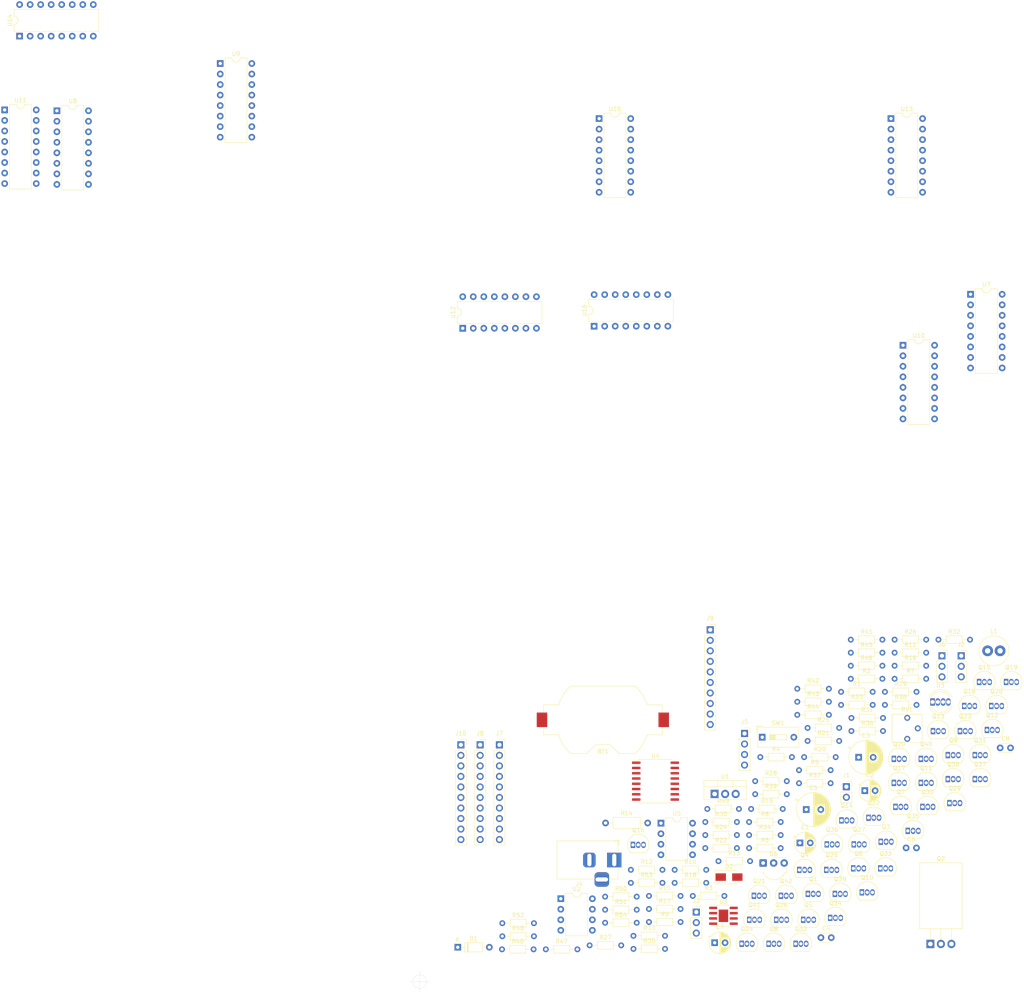
<source format=kicad_pcb>
(kicad_pcb (version 20171130) (host pcbnew 5.1.9+dfsg1-1+deb11u1)
  (layers (0 F.Cu signal) (31 B.Cu signal) (34 B.Paste user) (35 F.Paste user) (36 B.SilkS user) (37 F.SilkS user) (38 B.Mask user) (39 F.Mask user) (44 Edge.Cuts user))
  (net 0 "")
  (net 1 GND)
  (net 2 "Net-(BT1-Pad1)")
  (net 3 +5V)
  (net 4 +12V)
  (net 5 "Net-(C3-Pad1)")
  (net 6 "Net-(C6-Pad1)")
  (net 7 "Net-(C7-Pad1)")
  (net 8 "Net-(C8-Pad1)")
  (net 9 "Net-(D1-Pad2)")
  (net 10 CONSTANT_PIN)
  (net 11 BLUE_PIN)
  (net 12 GREEN_PIN)
  (net 13 "Net-(D3-Pad2)")
  (net 14 RED_PIN)
  (net 15 TIMER_PIN)
  (net 16 CLOCK_PIN)
  (net 17 DATA_PIN)
  (net 18 LATCH_PIN)
  (net 19 "Net-(J4-Pad1)")
  (net 20 BOOST_OUT)
  (net 21 IR_OUT)
  (net 22 I2C_SCL)
  (net 23 I2C_SDA)
  (net 24 NIXIE_0_P9)
  (net 25 NIXIE_0_P8)
  (net 26 NIXIE_0_P7)
  (net 27 NIXIE_0_P6)
  (net 28 NIXIE_0_P5)
  (net 29 NIXIE_0_P4)
  (net 30 NIXIE_0_P3)
  (net 31 NIXIE_0_P2)
  (net 32 NIXIE_0_P1)
  (net 33 NIXIE_0_P0)
  (net 34 NIXIE_1_P9)
  (net 35 NIXIE_1_P8)
  (net 36 NIXIE_1_P0)
  (net 37 NIXIE_1_P1)
  (net 38 NIXIE_1_P2)
  (net 39 NIXIE_1_P3)
  (net 40 NIXIE_1_P4)
  (net 41 NIXIE_1_P5)
  (net 42 NIXIE_1_P6)
  (net 43 NIXIE_1_P7)
  (net 44 NIXIE_2_P9)
  (net 45 NIXIE_2_P8)
  (net 46 NIXIE_2_P7)
  (net 47 NIXIE_2_P6)
  (net 48 NIXIE_2_P5)
  (net 49 NIXIE_2_P4)
  (net 50 NIXIE_2_P3)
  (net 51 NIXIE_2_P2)
  (net 52 NIXIE_2_P1)
  (net 53 NIXIE_2_P0)
  (net 54 NIXIE_3_P9)
  (net 55 NIXIE_3_P8)
  (net 56 NIXIE_3_P7)
  (net 57 NIXIE_3_P6)
  (net 58 NIXIE_3_P5)
  (net 59 NIXIE_3_P4)
  (net 60 NIXIE_3_P3)
  (net 61 NIXIE_3_P2)
  (net 62 NIXIE_3_P1)
  (net 63 NIXIE_3_P0)
  (net 64 SHDN_PIN)
  (net 65 "Net-(Q1-Pad2)")
  (net 66 "Net-(Q2-Pad3)")
  (net 67 "Net-(Q3-Pad2)")
  (net 68 "Net-(Q4-Pad2)")
  (net 69 "Net-(Q5-Pad2)")
  (net 70 "Net-(Q6-Pad2)")
  (net 71 "Net-(Q7-Pad2)")
  (net 72 "Net-(Q8-Pad2)")
  (net 73 "Net-(Q9-Pad2)")
  (net 74 "Net-(Q10-Pad2)")
  (net 75 "Net-(Q11-Pad2)")
  (net 76 "Net-(Q12-Pad2)")
  (net 77 "Net-(Q13-Pad2)")
  (net 78 "Net-(Q14-Pad2)")
  (net 79 "Net-(Q15-Pad2)")
  (net 80 "Net-(Q16-Pad2)")
  (net 81 "Net-(Q17-Pad2)")
  (net 82 "Net-(Q18-Pad2)")
  (net 83 "Net-(Q19-Pad2)")
  (net 84 "Net-(Q20-Pad2)")
  (net 85 "Net-(Q21-Pad2)")
  (net 86 "Net-(Q22-Pad2)")
  (net 87 "Net-(Q23-Pad2)")
  (net 88 "Net-(Q24-Pad2)")
  (net 89 "Net-(Q25-Pad2)")
  (net 90 "Net-(Q26-Pad2)")
  (net 91 "Net-(Q27-Pad2)")
  (net 92 "Net-(Q28-Pad2)")
  (net 93 "Net-(Q29-Pad2)")
  (net 94 "Net-(Q30-Pad2)")
  (net 95 "Net-(Q31-Pad2)")
  (net 96 "Net-(Q32-Pad2)")
  (net 97 "Net-(Q33-Pad2)")
  (net 98 "Net-(Q34-Pad2)")
  (net 99 "Net-(Q35-Pad2)")
  (net 100 "Net-(Q36-Pad2)")
  (net 101 "Net-(Q37-Pad2)")
  (net 102 "Net-(Q38-Pad2)")
  (net 103 "Net-(Q39-Pad2)")
  (net 104 "Net-(Q40-Pad2)")
  (net 105 "Net-(Q41-Pad2)")
  (net 106 "Net-(Q42-Pad2)")
  (net 107 "Net-(R12-Pad1)")
  (net 108 /138_0_P1)
  (net 109 /138_1_P1)
  (net 110 /138_0_P0)
  (net 111 /138_1_P0)
  (net 112 /138_0_P3)
  (net 113 /138_1_P3)
  (net 114 /138_0_P2)
  (net 115 /138_1_P2)
  (net 116 /138_0_P5)
  (net 117 /138_1_P5)
  (net 118 /138_0_P4)
  (net 119 /138_1_P4)
  (net 120 /138_0_P7)
  (net 121 /138_1_P7)
  (net 122 "Net-(R29-Pad1)")
  (net 123 "Net-(R30-Pad1)")
  (net 124 "Net-(R31-Pad1)")
  (net 125 "Net-(R32-Pad1)")
  (net 126 /138_0_P6)
  (net 127 /138_1_P6)
  (net 128 /138_2_P1)
  (net 129 /138_3_P1)
  (net 130 /138_2_P0)
  (net 131 /138_3_P0)
  (net 132 /138_2_P3)
  (net 133 /138_3_P3)
  (net 134 /138_2_P2)
  (net 135 /138_3_P2)
  (net 136 /138_2_P5)
  (net 137 /138_3_P5)
  (net 138 /138_2_P4)
  (net 139 /138_3_P4)
  (net 140 /138_2_P7)
  (net 141 /138_3_P7)
  (net 142 "Net-(R49-Pad1)")
  (net 143 "Net-(R50-Pad1)")
  (net 144 "Net-(R51-Pad1)")
  (net 145 "Net-(R52-Pad1)")
  (net 146 /138_2_P6)
  (net 147 /138_3_P6)
  (net 148 /595_0_P3)
  (net 149 /595_0_P2)
  (net 150 /595_0_P1)
  (net 151 /595_0_P0)
  (net 152 /595_0_P7)
  (net 153 /595_0_P6)
  (net 154 /595_0_P5)
  (net 155 /595_0_P4)
  (net 156 CASCADE_PIN)
  (net 157 /595_1_P3)
  (net 158 /595_1_P2)
  (net 159 /595_1_P1)
  (net 160 /595_1_P0)
  (net 161 /595_1_P7)
  (net 162 /595_1_P6)
  (net 163 /595_1_P5)
  (net 164 /595_1_P4)
  (net 165 "Net-(Q2-Pad1)")
  (module Package_TO_SOT_THT:TO-220-3_Horizontal_TabDown (layer F.Cu) (at 256 174.4)
    (fp_text reference Q2 (at 2.54 -20.58) (layer F.SilkS))
    (fp_text value IRFB4620)
    (pad 3 thru_hole oval (at 5.08 0) (size 1.905 2) (drill 1.1) (layers *.Cu *.Mask) (net 66 "Net-(Q2-Pad3)"))
    (pad 2 thru_hole oval (at 2.54 0) (size 1.905 2) (drill 1.1) (layers *.Cu *.Mask) (net 6 "Net-(C6-Pad1)"))
    (pad 1 thru_hole rect (at 0 0) (size 1.905 2) (drill 1.1) (layers *.Cu *.Mask) (net 165 "Net-(Q2-Pad1)"))
    (pad "" np_thru_hole oval (at 2.54 -16.66) (size 3.5 3.5) (drill 3.5) (layers *.Cu *.Mask))
  )
  (module Connector_PinSocket_2.54mm:PinSocket_1x10_P2.54mm_Vertical (layer F.Cu) (at 142.75 126.34103)
    (fp_text reference J10 (at 0 -2.77) (layer F.SilkS))
    (fp_text value Conn_01x10_Female)
    (pad 10 thru_hole oval (at 0 22.86) (size 1.7 1.7) (drill 1) (layers *.Cu *.Mask) (net 54 NIXIE_3_P9))
    (pad 9 thru_hole oval (at 0 20.32) (size 1.7 1.7) (drill 1) (layers *.Cu *.Mask) (net 55 NIXIE_3_P8))
    (pad 8 thru_hole oval (at 0 17.78) (size 1.7 1.7) (drill 1) (layers *.Cu *.Mask) (net 56 NIXIE_3_P7))
    (pad 7 thru_hole oval (at 0 15.24) (size 1.7 1.7) (drill 1) (layers *.Cu *.Mask) (net 57 NIXIE_3_P6))
    (pad 6 thru_hole oval (at 0 12.7) (size 1.7 1.7) (drill 1) (layers *.Cu *.Mask) (net 58 NIXIE_3_P5))
    (pad 5 thru_hole oval (at 0 10.16) (size 1.7 1.7) (drill 1) (layers *.Cu *.Mask) (net 59 NIXIE_3_P4))
    (pad 4 thru_hole oval (at 0 7.62) (size 1.7 1.7) (drill 1) (layers *.Cu *.Mask) (net 60 NIXIE_3_P3))
    (pad 3 thru_hole oval (at 0 5.08) (size 1.7 1.7) (drill 1) (layers *.Cu *.Mask) (net 61 NIXIE_3_P2))
    (pad 2 thru_hole oval (at 0 2.54) (size 1.7 1.7) (drill 1) (layers *.Cu *.Mask) (net 62 NIXIE_3_P1))
    (pad 1 thru_hole rect (at 0 0) (size 1.7 1.7) (drill 1) (layers *.Cu *.Mask) (net 63 NIXIE_3_P0))
  )
  (module Connector_PinSocket_2.54mm:PinSocket_1x10_P2.54mm_Vertical (layer F.Cu) (at 202.9 98.58)
    (fp_text reference J9 (at 0 -2.77) (layer F.SilkS))
    (fp_text value Conn_01x10_Female)
    (pad 10 thru_hole oval (at 0 22.86) (size 1.7 1.7) (drill 1) (layers *.Cu *.Mask) (net 44 NIXIE_2_P9))
    (pad 9 thru_hole oval (at 0 20.32) (size 1.7 1.7) (drill 1) (layers *.Cu *.Mask) (net 45 NIXIE_2_P8))
    (pad 8 thru_hole oval (at 0 17.78) (size 1.7 1.7) (drill 1) (layers *.Cu *.Mask) (net 46 NIXIE_2_P7))
    (pad 7 thru_hole oval (at 0 15.24) (size 1.7 1.7) (drill 1) (layers *.Cu *.Mask) (net 47 NIXIE_2_P6))
    (pad 6 thru_hole oval (at 0 12.7) (size 1.7 1.7) (drill 1) (layers *.Cu *.Mask) (net 48 NIXIE_2_P5))
    (pad 5 thru_hole oval (at 0 10.16) (size 1.7 1.7) (drill 1) (layers *.Cu *.Mask) (net 49 NIXIE_2_P4))
    (pad 4 thru_hole oval (at 0 7.62) (size 1.7 1.7) (drill 1) (layers *.Cu *.Mask) (net 50 NIXIE_2_P3))
    (pad 3 thru_hole oval (at 0 5.08) (size 1.7 1.7) (drill 1) (layers *.Cu *.Mask) (net 51 NIXIE_2_P2))
    (pad 2 thru_hole oval (at 0 2.54) (size 1.7 1.7) (drill 1) (layers *.Cu *.Mask) (net 52 NIXIE_2_P1))
    (pad 1 thru_hole rect (at 0 0) (size 1.7 1.7) (drill 1) (layers *.Cu *.Mask) (net 53 NIXIE_2_P0))
  )
  (module Connector_PinSocket_2.54mm:PinSocket_1x10_P2.54mm_Vertical (layer F.Cu) (at 147.4 126.34103)
    (fp_text reference J8 (at 0 -2.77) (layer F.SilkS))
    (fp_text value Conn_01x10_Female)
    (pad 10 thru_hole oval (at 0 22.86) (size 1.7 1.7) (drill 1) (layers *.Cu *.Mask) (net 34 NIXIE_1_P9))
    (pad 9 thru_hole oval (at 0 20.32) (size 1.7 1.7) (drill 1) (layers *.Cu *.Mask) (net 35 NIXIE_1_P8))
    (pad 8 thru_hole oval (at 0 17.78) (size 1.7 1.7) (drill 1) (layers *.Cu *.Mask) (net 36 NIXIE_1_P0))
    (pad 7 thru_hole oval (at 0 15.24) (size 1.7 1.7) (drill 1) (layers *.Cu *.Mask) (net 37 NIXIE_1_P1))
    (pad 6 thru_hole oval (at 0 12.7) (size 1.7 1.7) (drill 1) (layers *.Cu *.Mask) (net 38 NIXIE_1_P2))
    (pad 5 thru_hole oval (at 0 10.16) (size 1.7 1.7) (drill 1) (layers *.Cu *.Mask) (net 39 NIXIE_1_P3))
    (pad 4 thru_hole oval (at 0 7.62) (size 1.7 1.7) (drill 1) (layers *.Cu *.Mask) (net 40 NIXIE_1_P4))
    (pad 3 thru_hole oval (at 0 5.08) (size 1.7 1.7) (drill 1) (layers *.Cu *.Mask) (net 41 NIXIE_1_P5))
    (pad 2 thru_hole oval (at 0 2.54) (size 1.7 1.7) (drill 1) (layers *.Cu *.Mask) (net 42 NIXIE_1_P6))
    (pad 1 thru_hole rect (at 0 0) (size 1.7 1.7) (drill 1) (layers *.Cu *.Mask) (net 43 NIXIE_1_P7))
  )
  (module Connector_PinSocket_2.54mm:PinSocket_1x10_P2.54mm_Vertical (layer F.Cu) (at 152.05 126.34103)
    (fp_text reference J7 (at 0 -2.77) (layer F.SilkS))
    (fp_text value Conn_01x10_Female)
    (pad 10 thru_hole oval (at 0 22.86) (size 1.7 1.7) (drill 1) (layers *.Cu *.Mask) (net 24 NIXIE_0_P9))
    (pad 9 thru_hole oval (at 0 20.32) (size 1.7 1.7) (drill 1) (layers *.Cu *.Mask) (net 25 NIXIE_0_P8))
    (pad 8 thru_hole oval (at 0 17.78) (size 1.7 1.7) (drill 1) (layers *.Cu *.Mask) (net 26 NIXIE_0_P7))
    (pad 7 thru_hole oval (at 0 15.24) (size 1.7 1.7) (drill 1) (layers *.Cu *.Mask) (net 27 NIXIE_0_P6))
    (pad 6 thru_hole oval (at 0 12.7) (size 1.7 1.7) (drill 1) (layers *.Cu *.Mask) (net 28 NIXIE_0_P5))
    (pad 5 thru_hole oval (at 0 10.16) (size 1.7 1.7) (drill 1) (layers *.Cu *.Mask) (net 29 NIXIE_0_P4))
    (pad 4 thru_hole oval (at 0 7.62) (size 1.7 1.7) (drill 1) (layers *.Cu *.Mask) (net 30 NIXIE_0_P3))
    (pad 3 thru_hole oval (at 0 5.08) (size 1.7 1.7) (drill 1) (layers *.Cu *.Mask) (net 31 NIXIE_0_P2))
    (pad 2 thru_hole oval (at 0 2.54) (size 1.7 1.7) (drill 1) (layers *.Cu *.Mask) (net 32 NIXIE_0_P1))
    (pad 1 thru_hole rect (at 0 0) (size 1.7 1.7) (drill 1) (layers *.Cu *.Mask) (net 33 NIXIE_0_P0))
  )
  (module Connector_PinSocket_2.54mm:PinSocket_1x03_P2.54mm_Vertical (layer F.Cu) (at 258.8 104.85103)
    (fp_text reference J6 (at 0 -2.77) (layer F.SilkS))
    (fp_text value Conn_01x03_Female)
    (pad 3 thru_hole oval (at 0 5.08) (size 1.7 1.7) (drill 1) (layers *.Cu *.Mask) (net 21 IR_OUT))
    (pad 2 thru_hole oval (at 0 2.54) (size 1.7 1.7) (drill 1) (layers *.Cu *.Mask) (net 22 I2C_SCL))
    (pad 1 thru_hole rect (at 0 0) (size 1.7 1.7) (drill 1) (layers *.Cu *.Mask) (net 23 I2C_SDA))
  )
  (module Connector_PinSocket_2.54mm:PinSocket_1x04_P2.54mm_Vertical (layer F.Cu) (at 211.18 123.60103)
    (fp_text reference J5 (at 0 -2.77) (layer F.SilkS))
    (fp_text value Conn_01x04_Female)
    (pad 4 thru_hole oval (at 0 7.62) (size 1.7 1.7) (drill 1) (layers *.Cu *.Mask) (net 1 GND))
    (pad 3 thru_hole oval (at 0 5.08) (size 1.7 1.7) (drill 1) (layers *.Cu *.Mask) (net 20 BOOST_OUT))
    (pad 2 thru_hole oval (at 0 2.54) (size 1.7 1.7) (drill 1) (layers *.Cu *.Mask) (net 4 +12V))
    (pad 1 thru_hole rect (at 0 0) (size 1.7 1.7) (drill 1) (layers *.Cu *.Mask) (net 3 +5V))
  )
  (module Connector_PinSocket_2.54mm:PinSocket_1x03_P2.54mm_Vertical (layer F.Cu) (at 199.54 166.70103)
    (fp_text reference J3 (at 0 -2.77) (layer F.SilkS))
    (fp_text value Conn_01x03_Female)
    (pad 3 thru_hole oval (at 0 5.08) (size 1.7 1.7) (drill 1) (layers *.Cu *.Mask) (net 16 CLOCK_PIN))
    (pad 2 thru_hole oval (at 0 2.54) (size 1.7 1.7) (drill 1) (layers *.Cu *.Mask) (net 17 DATA_PIN))
    (pad 1 thru_hole rect (at 0 0) (size 1.7 1.7) (drill 1) (layers *.Cu *.Mask) (net 18 LATCH_PIN))
  )
  (module Connector_PinSocket_2.54mm:PinSocket_1x03_P2.54mm_Vertical (layer F.Cu) (at 263.45 104.85103)
    (fp_text reference J2 (at 0 -2.77) (layer F.SilkS))
    (fp_text value Conn_01x03_Female)
    (pad 3 thru_hole oval (at 0 5.08) (size 1.7 1.7) (drill 1) (layers *.Cu *.Mask) (net 11 BLUE_PIN))
    (pad 2 thru_hole oval (at 0 2.54) (size 1.7 1.7) (drill 1) (layers *.Cu *.Mask) (net 12 GREEN_PIN))
    (pad 1 thru_hole rect (at 0 0) (size 1.7 1.7) (drill 1) (layers *.Cu *.Mask) (net 14 RED_PIN))
  )
  (module Connector_PinSocket_2.54mm:PinSocket_1x02_P2.54mm_Vertical (layer F.Cu) (at 235.74 136.45103)
    (fp_text reference J1 (at 0 -2.77) (layer F.SilkS))
    (fp_text value Conn_01x02_Female)
    (pad 2 thru_hole oval (at 0 2.54) (size 1.7 1.7) (drill 1) (layers *.Cu *.Mask) (net 10 CONSTANT_PIN))
    (pad 1 thru_hole rect (at 0 0) (size 1.7 1.7) (drill 1) (layers *.Cu *.Mask) (net 15 TIMER_PIN))
  )
  (module Package_DIP:DIP-16_W7.62mm (layer F.Cu) (at 174.9 25.3 90)
    (fp_text reference U16 (at 3.81 -2.33 90) (layer F.SilkS))
    (fp_text value 74LS138)
    (pad 16 thru_hole oval (at 7.62 0 90) (size 1.6 1.6) (drill 0.8) (layers *.Cu *.Mask) (net 3 +5V))
    (pad 8 thru_hole oval (at 0 17.78 90) (size 1.6 1.6) (drill 0.8) (layers *.Cu *.Mask) (net 1 GND))
    (pad 15 thru_hole oval (at 7.62 2.54 90) (size 1.6 1.6) (drill 0.8) (layers *.Cu *.Mask) (net 145 "Net-(R52-Pad1)"))
    (pad 7 thru_hole oval (at 0 15.24 90) (size 1.6 1.6) (drill 0.8) (layers *.Cu *.Mask))
    (pad 14 thru_hole oval (at 7.62 5.08 90) (size 1.6 1.6) (drill 0.8) (layers *.Cu *.Mask) (net 144 "Net-(R51-Pad1)"))
    (pad 6 thru_hole oval (at 0 12.7 90) (size 1.6 1.6) (drill 0.8) (layers *.Cu *.Mask) (net 161 /595_1_P7))
    (pad 13 thru_hole oval (at 7.62 7.62 90) (size 1.6 1.6) (drill 0.8) (layers *.Cu *.Mask))
    (pad 5 thru_hole oval (at 0 10.16 90) (size 1.6 1.6) (drill 0.8) (layers *.Cu *.Mask) (net 1 GND))
    (pad 12 thru_hole oval (at 7.62 10.16 90) (size 1.6 1.6) (drill 0.8) (layers *.Cu *.Mask))
    (pad 4 thru_hole oval (at 0 7.62 90) (size 1.6 1.6) (drill 0.8) (layers *.Cu *.Mask) (net 1 GND))
    (pad 11 thru_hole oval (at 7.62 12.7 90) (size 1.6 1.6) (drill 0.8) (layers *.Cu *.Mask))
    (pad 3 thru_hole oval (at 0 5.08 90) (size 1.6 1.6) (drill 0.8) (layers *.Cu *.Mask) (net 162 /595_1_P6))
    (pad 10 thru_hole oval (at 7.62 15.24 90) (size 1.6 1.6) (drill 0.8) (layers *.Cu *.Mask))
    (pad 2 thru_hole oval (at 0 2.54 90) (size 1.6 1.6) (drill 0.8) (layers *.Cu *.Mask) (net 163 /595_1_P5))
    (pad 9 thru_hole oval (at 7.62 17.78 90) (size 1.6 1.6) (drill 0.8) (layers *.Cu *.Mask))
    (pad 1 thru_hole rect (at 0 0 90) (size 1.6 1.6) (drill 0.8) (layers *.Cu *.Mask) (net 164 /595_1_P4))
  )
  (module Package_DIP:DIP-16_W7.62mm (layer F.Cu) (at 176.1 -24.8)
    (fp_text reference U15 (at 3.81 -2.33) (layer F.SilkS))
    (fp_text value 74LS138)
    (pad 16 thru_hole oval (at 7.62 0) (size 1.6 1.6) (drill 0.8) (layers *.Cu *.Mask) (net 3 +5V))
    (pad 8 thru_hole oval (at 0 17.78) (size 1.6 1.6) (drill 0.8) (layers *.Cu *.Mask) (net 1 GND))
    (pad 15 thru_hole oval (at 7.62 2.54) (size 1.6 1.6) (drill 0.8) (layers *.Cu *.Mask) (net 143 "Net-(R50-Pad1)"))
    (pad 7 thru_hole oval (at 0 15.24) (size 1.6 1.6) (drill 0.8) (layers *.Cu *.Mask))
    (pad 14 thru_hole oval (at 7.62 5.08) (size 1.6 1.6) (drill 0.8) (layers *.Cu *.Mask) (net 142 "Net-(R49-Pad1)"))
    (pad 6 thru_hole oval (at 0 12.7) (size 1.6 1.6) (drill 0.8) (layers *.Cu *.Mask) (net 157 /595_1_P3))
    (pad 13 thru_hole oval (at 7.62 7.62) (size 1.6 1.6) (drill 0.8) (layers *.Cu *.Mask))
    (pad 5 thru_hole oval (at 0 10.16) (size 1.6 1.6) (drill 0.8) (layers *.Cu *.Mask) (net 1 GND))
    (pad 12 thru_hole oval (at 7.62 10.16) (size 1.6 1.6) (drill 0.8) (layers *.Cu *.Mask))
    (pad 4 thru_hole oval (at 0 7.62) (size 1.6 1.6) (drill 0.8) (layers *.Cu *.Mask) (net 1 GND))
    (pad 11 thru_hole oval (at 7.62 12.7) (size 1.6 1.6) (drill 0.8) (layers *.Cu *.Mask))
    (pad 3 thru_hole oval (at 0 5.08) (size 1.6 1.6) (drill 0.8) (layers *.Cu *.Mask) (net 158 /595_1_P2))
    (pad 10 thru_hole oval (at 7.62 15.24) (size 1.6 1.6) (drill 0.8) (layers *.Cu *.Mask))
    (pad 2 thru_hole oval (at 0 2.54) (size 1.6 1.6) (drill 0.8) (layers *.Cu *.Mask) (net 159 /595_1_P1))
    (pad 9 thru_hole oval (at 7.62 17.78) (size 1.6 1.6) (drill 0.8) (layers *.Cu *.Mask))
    (pad 1 thru_hole rect (at 0 0) (size 1.6 1.6) (drill 0.8) (layers *.Cu *.Mask) (net 160 /595_1_P0))
  )
  (module Package_DIP:DIP-16_W7.62mm (layer F.Cu) (at 36.3 -44.7 90)
    (fp_text reference U14 (at 3.81 -2.33 90) (layer F.SilkS))
    (fp_text value 74HC595)
    (pad 16 thru_hole oval (at 7.62 0 90) (size 1.6 1.6) (drill 0.8) (layers *.Cu *.Mask) (net 3 +5V))
    (pad 8 thru_hole oval (at 0 17.78 90) (size 1.6 1.6) (drill 0.8) (layers *.Cu *.Mask) (net 1 GND))
    (pad 15 thru_hole oval (at 7.62 2.54 90) (size 1.6 1.6) (drill 0.8) (layers *.Cu *.Mask) (net 160 /595_1_P0))
    (pad 7 thru_hole oval (at 0 15.24 90) (size 1.6 1.6) (drill 0.8) (layers *.Cu *.Mask) (net 161 /595_1_P7))
    (pad 14 thru_hole oval (at 7.62 5.08 90) (size 1.6 1.6) (drill 0.8) (layers *.Cu *.Mask) (net 156 CASCADE_PIN))
    (pad 6 thru_hole oval (at 0 12.7 90) (size 1.6 1.6) (drill 0.8) (layers *.Cu *.Mask) (net 162 /595_1_P6))
    (pad 13 thru_hole oval (at 7.62 7.62 90) (size 1.6 1.6) (drill 0.8) (layers *.Cu *.Mask) (net 1 GND))
    (pad 5 thru_hole oval (at 0 10.16 90) (size 1.6 1.6) (drill 0.8) (layers *.Cu *.Mask) (net 163 /595_1_P5))
    (pad 12 thru_hole oval (at 7.62 10.16 90) (size 1.6 1.6) (drill 0.8) (layers *.Cu *.Mask) (net 18 LATCH_PIN))
    (pad 4 thru_hole oval (at 0 7.62 90) (size 1.6 1.6) (drill 0.8) (layers *.Cu *.Mask) (net 164 /595_1_P4))
    (pad 11 thru_hole oval (at 7.62 12.7 90) (size 1.6 1.6) (drill 0.8) (layers *.Cu *.Mask) (net 16 CLOCK_PIN))
    (pad 3 thru_hole oval (at 0 5.08 90) (size 1.6 1.6) (drill 0.8) (layers *.Cu *.Mask) (net 157 /595_1_P3))
    (pad 10 thru_hole oval (at 7.62 15.24 90) (size 1.6 1.6) (drill 0.8) (layers *.Cu *.Mask) (net 3 +5V))
    (pad 2 thru_hole oval (at 0 2.54 90) (size 1.6 1.6) (drill 0.8) (layers *.Cu *.Mask) (net 158 /595_1_P2))
    (pad 9 thru_hole oval (at 7.62 17.78 90) (size 1.6 1.6) (drill 0.8) (layers *.Cu *.Mask))
    (pad 1 thru_hole rect (at 0 0 90) (size 1.6 1.6) (drill 0.8) (layers *.Cu *.Mask) (net 159 /595_1_P1))
  )
  (module Package_DIP:DIP-16_W7.62mm (layer F.Cu) (at 246.5 -24.8)
    (fp_text reference U13 (at 3.81 -2.33) (layer F.SilkS))
    (fp_text value 74LS138)
    (pad 16 thru_hole oval (at 7.62 0) (size 1.6 1.6) (drill 0.8) (layers *.Cu *.Mask) (net 3 +5V))
    (pad 8 thru_hole oval (at 0 17.78) (size 1.6 1.6) (drill 0.8) (layers *.Cu *.Mask) (net 1 GND))
    (pad 15 thru_hole oval (at 7.62 2.54) (size 1.6 1.6) (drill 0.8) (layers *.Cu *.Mask) (net 131 /138_3_P0))
    (pad 7 thru_hole oval (at 0 15.24) (size 1.6 1.6) (drill 0.8) (layers *.Cu *.Mask) (net 141 /138_3_P7))
    (pad 14 thru_hole oval (at 7.62 5.08) (size 1.6 1.6) (drill 0.8) (layers *.Cu *.Mask) (net 129 /138_3_P1))
    (pad 6 thru_hole oval (at 0 12.7) (size 1.6 1.6) (drill 0.8) (layers *.Cu *.Mask) (net 3 +5V))
    (pad 13 thru_hole oval (at 7.62 7.62) (size 1.6 1.6) (drill 0.8) (layers *.Cu *.Mask) (net 135 /138_3_P2))
    (pad 5 thru_hole oval (at 0 10.16) (size 1.6 1.6) (drill 0.8) (layers *.Cu *.Mask) (net 1 GND))
    (pad 12 thru_hole oval (at 7.62 10.16) (size 1.6 1.6) (drill 0.8) (layers *.Cu *.Mask) (net 133 /138_3_P3))
    (pad 4 thru_hole oval (at 0 7.62) (size 1.6 1.6) (drill 0.8) (layers *.Cu *.Mask) (net 161 /595_1_P7))
    (pad 11 thru_hole oval (at 7.62 12.7) (size 1.6 1.6) (drill 0.8) (layers *.Cu *.Mask) (net 139 /138_3_P4))
    (pad 3 thru_hole oval (at 0 5.08) (size 1.6 1.6) (drill 0.8) (layers *.Cu *.Mask) (net 162 /595_1_P6))
    (pad 10 thru_hole oval (at 7.62 15.24) (size 1.6 1.6) (drill 0.8) (layers *.Cu *.Mask) (net 137 /138_3_P5))
    (pad 2 thru_hole oval (at 0 2.54) (size 1.6 1.6) (drill 0.8) (layers *.Cu *.Mask) (net 163 /595_1_P5))
    (pad 9 thru_hole oval (at 7.62 17.78) (size 1.6 1.6) (drill 0.8) (layers *.Cu *.Mask) (net 147 /138_3_P6))
    (pad 1 thru_hole rect (at 0 0) (size 1.6 1.6) (drill 0.8) (layers *.Cu *.Mask) (net 164 /595_1_P4))
  )
  (module Package_DIP:DIP-16_W7.62mm (layer F.Cu) (at 143.2 25.8 90)
    (fp_text reference U12 (at 3.81 -2.33 90) (layer F.SilkS))
    (fp_text value 74LS138)
    (pad 16 thru_hole oval (at 7.62 0 90) (size 1.6 1.6) (drill 0.8) (layers *.Cu *.Mask) (net 3 +5V))
    (pad 8 thru_hole oval (at 0 17.78 90) (size 1.6 1.6) (drill 0.8) (layers *.Cu *.Mask) (net 1 GND))
    (pad 15 thru_hole oval (at 7.62 2.54 90) (size 1.6 1.6) (drill 0.8) (layers *.Cu *.Mask) (net 130 /138_2_P0))
    (pad 7 thru_hole oval (at 0 15.24 90) (size 1.6 1.6) (drill 0.8) (layers *.Cu *.Mask) (net 140 /138_2_P7))
    (pad 14 thru_hole oval (at 7.62 5.08 90) (size 1.6 1.6) (drill 0.8) (layers *.Cu *.Mask) (net 128 /138_2_P1))
    (pad 6 thru_hole oval (at 0 12.7 90) (size 1.6 1.6) (drill 0.8) (layers *.Cu *.Mask) (net 3 +5V))
    (pad 13 thru_hole oval (at 7.62 7.62 90) (size 1.6 1.6) (drill 0.8) (layers *.Cu *.Mask) (net 134 /138_2_P2))
    (pad 5 thru_hole oval (at 0 10.16 90) (size 1.6 1.6) (drill 0.8) (layers *.Cu *.Mask) (net 1 GND))
    (pad 12 thru_hole oval (at 7.62 10.16 90) (size 1.6 1.6) (drill 0.8) (layers *.Cu *.Mask) (net 132 /138_2_P3))
    (pad 4 thru_hole oval (at 0 7.62 90) (size 1.6 1.6) (drill 0.8) (layers *.Cu *.Mask) (net 157 /595_1_P3))
    (pad 11 thru_hole oval (at 7.62 12.7 90) (size 1.6 1.6) (drill 0.8) (layers *.Cu *.Mask) (net 138 /138_2_P4))
    (pad 3 thru_hole oval (at 0 5.08 90) (size 1.6 1.6) (drill 0.8) (layers *.Cu *.Mask) (net 158 /595_1_P2))
    (pad 10 thru_hole oval (at 7.62 15.24 90) (size 1.6 1.6) (drill 0.8) (layers *.Cu *.Mask) (net 136 /138_2_P5))
    (pad 2 thru_hole oval (at 0 2.54 90) (size 1.6 1.6) (drill 0.8) (layers *.Cu *.Mask) (net 159 /595_1_P1))
    (pad 9 thru_hole oval (at 7.62 17.78 90) (size 1.6 1.6) (drill 0.8) (layers *.Cu *.Mask) (net 146 /138_2_P6))
    (pad 1 thru_hole rect (at 0 0 90) (size 1.6 1.6) (drill 0.8) (layers *.Cu *.Mask) (net 160 /595_1_P0))
  )
  (module Package_DIP:DIP-16_W7.62mm (layer F.Cu) (at 32.7 -26.9)
    (fp_text reference U11 (at 3.81 -2.33) (layer F.SilkS))
    (fp_text value 74LS138)
    (pad 16 thru_hole oval (at 7.62 0) (size 1.6 1.6) (drill 0.8) (layers *.Cu *.Mask) (net 3 +5V))
    (pad 8 thru_hole oval (at 0 17.78) (size 1.6 1.6) (drill 0.8) (layers *.Cu *.Mask) (net 1 GND))
    (pad 15 thru_hole oval (at 7.62 2.54) (size 1.6 1.6) (drill 0.8) (layers *.Cu *.Mask) (net 125 "Net-(R32-Pad1)"))
    (pad 7 thru_hole oval (at 0 15.24) (size 1.6 1.6) (drill 0.8) (layers *.Cu *.Mask))
    (pad 14 thru_hole oval (at 7.62 5.08) (size 1.6 1.6) (drill 0.8) (layers *.Cu *.Mask) (net 124 "Net-(R31-Pad1)"))
    (pad 6 thru_hole oval (at 0 12.7) (size 1.6 1.6) (drill 0.8) (layers *.Cu *.Mask) (net 152 /595_0_P7))
    (pad 13 thru_hole oval (at 7.62 7.62) (size 1.6 1.6) (drill 0.8) (layers *.Cu *.Mask))
    (pad 5 thru_hole oval (at 0 10.16) (size 1.6 1.6) (drill 0.8) (layers *.Cu *.Mask) (net 1 GND))
    (pad 12 thru_hole oval (at 7.62 10.16) (size 1.6 1.6) (drill 0.8) (layers *.Cu *.Mask))
    (pad 4 thru_hole oval (at 0 7.62) (size 1.6 1.6) (drill 0.8) (layers *.Cu *.Mask) (net 1 GND))
    (pad 11 thru_hole oval (at 7.62 12.7) (size 1.6 1.6) (drill 0.8) (layers *.Cu *.Mask))
    (pad 3 thru_hole oval (at 0 5.08) (size 1.6 1.6) (drill 0.8) (layers *.Cu *.Mask) (net 153 /595_0_P6))
    (pad 10 thru_hole oval (at 7.62 15.24) (size 1.6 1.6) (drill 0.8) (layers *.Cu *.Mask))
    (pad 2 thru_hole oval (at 0 2.54) (size 1.6 1.6) (drill 0.8) (layers *.Cu *.Mask) (net 154 /595_0_P5))
    (pad 9 thru_hole oval (at 7.62 17.78) (size 1.6 1.6) (drill 0.8) (layers *.Cu *.Mask))
    (pad 1 thru_hole rect (at 0 0) (size 1.6 1.6) (drill 0.8) (layers *.Cu *.Mask) (net 155 /595_0_P4))
  )
  (module Package_DIP:DIP-16_W7.62mm (layer F.Cu) (at 249.4 29.9)
    (fp_text reference U10 (at 3.81 -2.33) (layer F.SilkS))
    (fp_text value 74LS138)
    (pad 16 thru_hole oval (at 7.62 0) (size 1.6 1.6) (drill 0.8) (layers *.Cu *.Mask) (net 3 +5V))
    (pad 8 thru_hole oval (at 0 17.78) (size 1.6 1.6) (drill 0.8) (layers *.Cu *.Mask) (net 1 GND))
    (pad 15 thru_hole oval (at 7.62 2.54) (size 1.6 1.6) (drill 0.8) (layers *.Cu *.Mask) (net 123 "Net-(R30-Pad1)"))
    (pad 7 thru_hole oval (at 0 15.24) (size 1.6 1.6) (drill 0.8) (layers *.Cu *.Mask))
    (pad 14 thru_hole oval (at 7.62 5.08) (size 1.6 1.6) (drill 0.8) (layers *.Cu *.Mask) (net 122 "Net-(R29-Pad1)"))
    (pad 6 thru_hole oval (at 0 12.7) (size 1.6 1.6) (drill 0.8) (layers *.Cu *.Mask) (net 148 /595_0_P3))
    (pad 13 thru_hole oval (at 7.62 7.62) (size 1.6 1.6) (drill 0.8) (layers *.Cu *.Mask))
    (pad 5 thru_hole oval (at 0 10.16) (size 1.6 1.6) (drill 0.8) (layers *.Cu *.Mask) (net 1 GND))
    (pad 12 thru_hole oval (at 7.62 10.16) (size 1.6 1.6) (drill 0.8) (layers *.Cu *.Mask))
    (pad 4 thru_hole oval (at 0 7.62) (size 1.6 1.6) (drill 0.8) (layers *.Cu *.Mask) (net 1 GND))
    (pad 11 thru_hole oval (at 7.62 12.7) (size 1.6 1.6) (drill 0.8) (layers *.Cu *.Mask))
    (pad 3 thru_hole oval (at 0 5.08) (size 1.6 1.6) (drill 0.8) (layers *.Cu *.Mask) (net 149 /595_0_P2))
    (pad 10 thru_hole oval (at 7.62 15.24) (size 1.6 1.6) (drill 0.8) (layers *.Cu *.Mask))
    (pad 2 thru_hole oval (at 0 2.54) (size 1.6 1.6) (drill 0.8) (layers *.Cu *.Mask) (net 150 /595_0_P1))
    (pad 9 thru_hole oval (at 7.62 17.78) (size 1.6 1.6) (drill 0.8) (layers *.Cu *.Mask))
    (pad 1 thru_hole rect (at 0 0) (size 1.6 1.6) (drill 0.8) (layers *.Cu *.Mask) (net 151 /595_0_P0))
  )
  (module Package_DIP:DIP-16_W7.62mm (layer F.Cu) (at 84.7 -38.1)
    (fp_text reference U9 (at 3.81 -2.33) (layer F.SilkS))
    (fp_text value 74HC595)
    (pad 16 thru_hole oval (at 7.62 0) (size 1.6 1.6) (drill 0.8) (layers *.Cu *.Mask) (net 3 +5V))
    (pad 8 thru_hole oval (at 0 17.78) (size 1.6 1.6) (drill 0.8) (layers *.Cu *.Mask) (net 1 GND))
    (pad 15 thru_hole oval (at 7.62 2.54) (size 1.6 1.6) (drill 0.8) (layers *.Cu *.Mask) (net 151 /595_0_P0))
    (pad 7 thru_hole oval (at 0 15.24) (size 1.6 1.6) (drill 0.8) (layers *.Cu *.Mask) (net 152 /595_0_P7))
    (pad 14 thru_hole oval (at 7.62 5.08) (size 1.6 1.6) (drill 0.8) (layers *.Cu *.Mask) (net 17 DATA_PIN))
    (pad 6 thru_hole oval (at 0 12.7) (size 1.6 1.6) (drill 0.8) (layers *.Cu *.Mask) (net 153 /595_0_P6))
    (pad 13 thru_hole oval (at 7.62 7.62) (size 1.6 1.6) (drill 0.8) (layers *.Cu *.Mask) (net 1 GND))
    (pad 5 thru_hole oval (at 0 10.16) (size 1.6 1.6) (drill 0.8) (layers *.Cu *.Mask) (net 154 /595_0_P5))
    (pad 12 thru_hole oval (at 7.62 10.16) (size 1.6 1.6) (drill 0.8) (layers *.Cu *.Mask) (net 18 LATCH_PIN))
    (pad 4 thru_hole oval (at 0 7.62) (size 1.6 1.6) (drill 0.8) (layers *.Cu *.Mask) (net 155 /595_0_P4))
    (pad 11 thru_hole oval (at 7.62 12.7) (size 1.6 1.6) (drill 0.8) (layers *.Cu *.Mask) (net 16 CLOCK_PIN))
    (pad 3 thru_hole oval (at 0 5.08) (size 1.6 1.6) (drill 0.8) (layers *.Cu *.Mask) (net 148 /595_0_P3))
    (pad 10 thru_hole oval (at 7.62 15.24) (size 1.6 1.6) (drill 0.8) (layers *.Cu *.Mask) (net 3 +5V))
    (pad 2 thru_hole oval (at 0 2.54) (size 1.6 1.6) (drill 0.8) (layers *.Cu *.Mask) (net 149 /595_0_P2))
    (pad 9 thru_hole oval (at 7.62 17.78) (size 1.6 1.6) (drill 0.8) (layers *.Cu *.Mask) (net 156 CASCADE_PIN))
    (pad 1 thru_hole rect (at 0 0) (size 1.6 1.6) (drill 0.8) (layers *.Cu *.Mask) (net 150 /595_0_P1))
  )
  (module Package_DIP:DIP-16_W7.62mm (layer F.Cu) (at 45.3 -26.7)
    (fp_text reference U8 (at 3.81 -2.33) (layer F.SilkS))
    (fp_text value 74LS138)
    (pad 16 thru_hole oval (at 7.62 0) (size 1.6 1.6) (drill 0.8) (layers *.Cu *.Mask) (net 3 +5V))
    (pad 8 thru_hole oval (at 0 17.78) (size 1.6 1.6) (drill 0.8) (layers *.Cu *.Mask) (net 1 GND))
    (pad 15 thru_hole oval (at 7.62 2.54) (size 1.6 1.6) (drill 0.8) (layers *.Cu *.Mask) (net 111 /138_1_P0))
    (pad 7 thru_hole oval (at 0 15.24) (size 1.6 1.6) (drill 0.8) (layers *.Cu *.Mask) (net 121 /138_1_P7))
    (pad 14 thru_hole oval (at 7.62 5.08) (size 1.6 1.6) (drill 0.8) (layers *.Cu *.Mask) (net 109 /138_1_P1))
    (pad 6 thru_hole oval (at 0 12.7) (size 1.6 1.6) (drill 0.8) (layers *.Cu *.Mask) (net 3 +5V))
    (pad 13 thru_hole oval (at 7.62 7.62) (size 1.6 1.6) (drill 0.8) (layers *.Cu *.Mask) (net 115 /138_1_P2))
    (pad 5 thru_hole oval (at 0 10.16) (size 1.6 1.6) (drill 0.8) (layers *.Cu *.Mask) (net 1 GND))
    (pad 12 thru_hole oval (at 7.62 10.16) (size 1.6 1.6) (drill 0.8) (layers *.Cu *.Mask) (net 113 /138_1_P3))
    (pad 4 thru_hole oval (at 0 7.62) (size 1.6 1.6) (drill 0.8) (layers *.Cu *.Mask) (net 152 /595_0_P7))
    (pad 11 thru_hole oval (at 7.62 12.7) (size 1.6 1.6) (drill 0.8) (layers *.Cu *.Mask) (net 119 /138_1_P4))
    (pad 3 thru_hole oval (at 0 5.08) (size 1.6 1.6) (drill 0.8) (layers *.Cu *.Mask) (net 153 /595_0_P6))
    (pad 10 thru_hole oval (at 7.62 15.24) (size 1.6 1.6) (drill 0.8) (layers *.Cu *.Mask) (net 117 /138_1_P5))
    (pad 2 thru_hole oval (at 0 2.54) (size 1.6 1.6) (drill 0.8) (layers *.Cu *.Mask) (net 154 /595_0_P5))
    (pad 9 thru_hole oval (at 7.62 17.78) (size 1.6 1.6) (drill 0.8) (layers *.Cu *.Mask) (net 127 /138_1_P6))
    (pad 1 thru_hole rect (at 0 0) (size 1.6 1.6) (drill 0.8) (layers *.Cu *.Mask) (net 155 /595_0_P4))
  )
  (module Package_DIP:DIP-16_W7.62mm (layer F.Cu) (at 265.7 17.6)
    (fp_text reference U7 (at 3.81 -2.33) (layer F.SilkS))
    (fp_text value 74LS138)
    (pad 16 thru_hole oval (at 7.62 0) (size 1.6 1.6) (drill 0.8) (layers *.Cu *.Mask) (net 3 +5V))
    (pad 8 thru_hole oval (at 0 17.78) (size 1.6 1.6) (drill 0.8) (layers *.Cu *.Mask) (net 1 GND))
    (pad 15 thru_hole oval (at 7.62 2.54) (size 1.6 1.6) (drill 0.8) (layers *.Cu *.Mask) (net 110 /138_0_P0))
    (pad 7 thru_hole oval (at 0 15.24) (size 1.6 1.6) (drill 0.8) (layers *.Cu *.Mask) (net 120 /138_0_P7))
    (pad 14 thru_hole oval (at 7.62 5.08) (size 1.6 1.6) (drill 0.8) (layers *.Cu *.Mask) (net 108 /138_0_P1))
    (pad 6 thru_hole oval (at 0 12.7) (size 1.6 1.6) (drill 0.8) (layers *.Cu *.Mask) (net 3 +5V))
    (pad 13 thru_hole oval (at 7.62 7.62) (size 1.6 1.6) (drill 0.8) (layers *.Cu *.Mask) (net 114 /138_0_P2))
    (pad 5 thru_hole oval (at 0 10.16) (size 1.6 1.6) (drill 0.8) (layers *.Cu *.Mask) (net 1 GND))
    (pad 12 thru_hole oval (at 7.62 10.16) (size 1.6 1.6) (drill 0.8) (layers *.Cu *.Mask) (net 112 /138_0_P3))
    (pad 4 thru_hole oval (at 0 7.62) (size 1.6 1.6) (drill 0.8) (layers *.Cu *.Mask) (net 148 /595_0_P3))
    (pad 11 thru_hole oval (at 7.62 12.7) (size 1.6 1.6) (drill 0.8) (layers *.Cu *.Mask) (net 118 /138_0_P4))
    (pad 3 thru_hole oval (at 0 5.08) (size 1.6 1.6) (drill 0.8) (layers *.Cu *.Mask) (net 149 /595_0_P2))
    (pad 10 thru_hole oval (at 7.62 15.24) (size 1.6 1.6) (drill 0.8) (layers *.Cu *.Mask) (net 116 /138_0_P5))
    (pad 2 thru_hole oval (at 0 2.54) (size 1.6 1.6) (drill 0.8) (layers *.Cu *.Mask) (net 150 /595_0_P1))
    (pad 9 thru_hole oval (at 7.62 17.78) (size 1.6 1.6) (drill 0.8) (layers *.Cu *.Mask) (net 126 /138_0_P6))
    (pad 1 thru_hole rect (at 0 0) (size 1.6 1.6) (drill 0.8) (layers *.Cu *.Mask) (net 151 /595_0_P0))
  )
  (module OptoDevice:Vishay_MOLD-3Pin (layer F.Cu) (at 215.66 154.86103)
    (fp_text reference U6 (at 2.5 -2.25 180) (layer F.SilkS))
    (fp_text value TSDP341xx)
    (pad 3 thru_hole circle (at 5.08 0) (size 1.8 1.8) (drill 0.9) (layers *.Cu *.Mask) (net 3 +5V))
    (pad 2 thru_hole circle (at 2.54 0) (size 1.8 1.8) (drill 0.9) (layers *.Cu *.Mask) (net 1 GND))
    (pad 1 thru_hole roundrect (at 0 0) (size 1.8 1.8) (drill 0.9) (layers *.Cu *.Mask) (roundrect_rratio 0.138) (net 21 IR_OUT))
  )
  (module Package_DIP:DIP-8_W7.62mm (layer F.Cu) (at 191.01 145.25103)
    (fp_text reference U5 (at 3.81 -2.33) (layer F.SilkS))
    (fp_text value 24LC16)
    (pad 8 thru_hole oval (at 7.62 0) (size 1.6 1.6) (drill 0.8) (layers *.Cu *.Mask) (net 3 +5V))
    (pad 4 thru_hole oval (at 0 7.62) (size 1.6 1.6) (drill 0.8) (layers *.Cu *.Mask) (net 1 GND))
    (pad 7 thru_hole oval (at 7.62 2.54) (size 1.6 1.6) (drill 0.8) (layers *.Cu *.Mask) (net 1 GND))
    (pad 3 thru_hole oval (at 0 5.08) (size 1.6 1.6) (drill 0.8) (layers *.Cu *.Mask) (net 1 GND))
    (pad 6 thru_hole oval (at 7.62 5.08) (size 1.6 1.6) (drill 0.8) (layers *.Cu *.Mask) (net 22 I2C_SCL))
    (pad 2 thru_hole oval (at 0 2.54) (size 1.6 1.6) (drill 0.8) (layers *.Cu *.Mask) (net 1 GND))
    (pad 5 thru_hole oval (at 7.62 7.62) (size 1.6 1.6) (drill 0.8) (layers *.Cu *.Mask) (net 23 I2C_SDA))
    (pad 1 thru_hole rect (at 0 0) (size 1.6 1.6) (drill 0.8) (layers *.Cu *.Mask) (net 1 GND))
  )
  (module Package_SO:SOIC-16W_7.5x10.3mm_P1.27mm (layer F.Cu) (at 189.7 135.1)
    (fp_text reference U4 (at 0 -6.1) (layer F.SilkS))
    (fp_text value DS3231M)
    (pad 16 smd roundrect (at 4.65 -4.445) (size 2.05 0.6) (layers F.Cu F.Paste F.Mask) (net 22 I2C_SCL))
    (pad 15 smd roundrect (at 4.65 -3.175) (size 2.05 0.6) (layers F.Cu F.Paste F.Mask) (net 23 I2C_SDA))
    (pad 14 smd roundrect (at 4.65 -1.905) (size 2.05 0.6) (layers F.Cu F.Paste F.Mask) (net 2 "Net-(BT1-Pad1)"))
    (pad 13 smd roundrect (at 4.65 -0.635) (size 2.05 0.6) (layers F.Cu F.Paste F.Mask) (net 1 GND))
    (pad 12 smd roundrect (at 4.65 0.635) (size 2.05 0.6) (layers F.Cu F.Paste F.Mask) (net 1 GND))
    (pad 11 smd roundrect (at 4.65 1.905) (size 2.05 0.6) (layers F.Cu F.Paste F.Mask) (net 1 GND))
    (pad 10 smd roundrect (at 4.65 3.175) (size 2.05 0.6) (layers F.Cu F.Paste F.Mask) (net 1 GND))
    (pad 9 smd roundrect (at 4.65 4.445) (size 2.05 0.6) (layers F.Cu F.Paste F.Mask) (net 1 GND))
    (pad 8 smd roundrect (at -4.65 4.445) (size 2.05 0.6) (layers F.Cu F.Paste F.Mask) (net 1 GND))
    (pad 7 smd roundrect (at -4.65 3.175) (size 2.05 0.6) (layers F.Cu F.Paste F.Mask) (net 1 GND))
    (pad 6 smd roundrect (at -4.65 1.905) (size 2.05 0.6) (layers F.Cu F.Paste F.Mask) (net 1 GND))
    (pad 5 smd roundrect (at -4.65 0.635) (size 2.05 0.6) (layers F.Cu F.Paste F.Mask) (net 1 GND))
    (pad 4 smd roundrect (at -4.65 -0.635) (size 2.05 0.6) (layers F.Cu F.Paste F.Mask))
    (pad 3 smd roundrect (at -4.65 -1.905) (size 2.05 0.6) (layers F.Cu F.Paste F.Mask))
    (pad 2 smd roundrect (at -4.65 -3.175) (size 2.05 0.6) (layers F.Cu F.Paste F.Mask) (net 3 +5V))
    (pad 1 smd roundrect (at -4.65 -4.445) (size 2.05 0.6) (layers F.Cu F.Paste F.Mask))
  )
  (module Package_SO:SOIC-8-1EP_3.9x4.9mm_P1.27mm_EP2.29x3mm (layer F.Cu) (at 206.09 167.60103)
    (fp_text reference U3 (at 0 -3.4) (layer F.SilkS))
    (fp_text value MAX1771CSA)
    (pad 9 smd rect (at 0 0) (size 2.29 3) (layers F.Cu F.Mask))
    (pad 8 smd roundrect (at 2.475 -1.905) (size 1.95 0.6) (layers F.Cu F.Paste F.Mask) (net 66 "Net-(Q2-Pad3)"))
    (pad 7 smd roundrect (at 2.475 -0.635) (size 1.95 0.6) (layers F.Cu F.Paste F.Mask) (net 1 GND))
    (pad 6 smd roundrect (at 2.475 0.635) (size 1.95 0.6) (layers F.Cu F.Paste F.Mask) (net 1 GND))
    (pad 5 smd roundrect (at 2.475 1.905) (size 1.95 0.6) (layers F.Cu F.Paste F.Mask) (net 8 "Net-(C8-Pad1)"))
    (pad 4 smd roundrect (at -2.475 1.905) (size 1.95 0.6) (layers F.Cu F.Paste F.Mask) (net 64 SHDN_PIN))
    (pad 3 smd roundrect (at -2.475 0.635) (size 1.95 0.6) (layers F.Cu F.Paste F.Mask) (net 107 "Net-(R12-Pad1)"))
    (pad 2 smd roundrect (at -2.475 -0.635) (size 1.95 0.6) (layers F.Cu F.Paste F.Mask) (net 4 +12V))
    (pad 1 smd roundrect (at -2.475 -1.905) (size 1.95 0.6) (layers F.Cu F.Paste F.Mask) (net 165 "Net-(Q2-Pad1)"))
  )
  (module Package_DIP:DIP-8_W7.62mm (layer F.Cu) (at 166.85 163.48103)
    (fp_text reference U2 (at 3.81 -2.33) (layer F.SilkS))
    (fp_text value NE555P)
    (pad 8 thru_hole oval (at 7.62 0) (size 1.6 1.6) (drill 0.8) (layers *.Cu *.Mask) (net 3 +5V))
    (pad 4 thru_hole oval (at 0 7.62) (size 1.6 1.6) (drill 0.8) (layers *.Cu *.Mask) (net 3 +5V))
    (pad 7 thru_hole oval (at 7.62 2.54) (size 1.6 1.6) (drill 0.8) (layers *.Cu *.Mask) (net 5 "Net-(C3-Pad1)"))
    (pad 3 thru_hole oval (at 0 5.08) (size 1.6 1.6) (drill 0.8) (layers *.Cu *.Mask) (net 9 "Net-(D1-Pad2)"))
    (pad 6 thru_hole oval (at 7.62 5.08) (size 1.6 1.6) (drill 0.8) (layers *.Cu *.Mask) (net 5 "Net-(C3-Pad1)"))
    (pad 2 thru_hole oval (at 0 2.54) (size 1.6 1.6) (drill 0.8) (layers *.Cu *.Mask) (net 15 TIMER_PIN))
    (pad 5 thru_hole oval (at 7.62 7.62) (size 1.6 1.6) (drill 0.8) (layers *.Cu *.Mask))
    (pad 1 thru_hole rect (at 0 0) (size 1.6 1.6) (drill 0.8) (layers *.Cu *.Mask) (net 1 GND))
  )
  (module Package_TO_SOT_THT:TO-220-3_Vertical (layer F.Cu) (at 203.96 138.20103)
    (fp_text reference U1 (at 2.54 -4.27) (layer F.SilkS))
    (fp_text value LM7805_TO220)
    (pad 3 thru_hole oval (at 5.08 0) (size 1.905 2) (drill 1.1) (layers *.Cu *.Mask) (net 3 +5V))
    (pad 2 thru_hole oval (at 2.54 0) (size 1.905 2) (drill 1.1) (layers *.Cu *.Mask) (net 1 GND))
    (pad 1 thru_hole rect (at 0 0) (size 1.905 2) (drill 1.1) (layers *.Cu *.Mask) (net 4 +12V))
  )
  (module Button_Switch_THT:SW_DIP_SPSTx01_Slide_9.78x4.72mm_W7.62mm_P2.54mm (layer F.Cu) (at 215.445 124.50103)
    (fp_text reference SW1 (at 3.81 -3.42) (layer F.SilkS))
    (fp_text value SW_SPST)
    (pad 2 thru_hole oval (at 7.62 0) (size 1.6 1.6) (drill 0.8) (layers *.Cu *.Mask) (net 19 "Net-(J4-Pad1)"))
    (pad 1 thru_hole rect (at 0 0) (size 1.6 1.6) (drill 0.8) (layers *.Cu *.Mask) (net 4 +12V))
  )
  (module Potentiometer_THT:Potentiometer_Vishay_T73YP_Vertical (layer F.Cu) (at 250.43 124.90103)
    (fp_text reference RV1 (at -0.06 -7.09) (layer F.SilkS))
    (fp_text value 200k)
    (pad 1 thru_hole circle (at 0 0) (size 1.44 1.44) (drill 0.8) (layers *.Cu *.Mask) (net 3 +5V))
    (pad 2 thru_hole circle (at 2.54 -2.54) (size 1.44 1.44) (drill 0.8) (layers *.Cu *.Mask) (net 3 +5V))
    (pad 3 thru_hole circle (at 0 -5.08) (size 1.44 1.44) (drill 0.8) (layers *.Cu *.Mask) (net 5 "Net-(C3-Pad1)"))
  )
  (module Resistor_THT:R_Axial_DIN0204_L3.6mm_D1.6mm_P7.62mm_Horizontal (layer F.Cu) (at 177.55 169.28103)
    (fp_text reference R54 (at 3.81 -1.92) (layer F.SilkS))
    (fp_text value 47k)
    (pad 2 thru_hole oval (at 7.62 0) (size 1.4 1.4) (drill 0.7) (layers *.Cu *.Mask) (net 147 /138_3_P6))
    (pad 1 thru_hole circle (at 0 0) (size 1.4 1.4) (drill 0.7) (layers *.Cu *.Mask) (net 102 "Net-(Q38-Pad2)"))
  )
  (module Resistor_THT:R_Axial_DIN0204_L3.6mm_D1.6mm_P7.62mm_Horizontal (layer F.Cu) (at 183.75 159.65103)
    (fp_text reference R53 (at 3.81 -1.92) (layer F.SilkS))
    (fp_text value 47k)
    (pad 2 thru_hole oval (at 7.62 0) (size 1.4 1.4) (drill 0.7) (layers *.Cu *.Mask) (net 146 /138_2_P6))
    (pad 1 thru_hole circle (at 0 0) (size 1.4 1.4) (drill 0.7) (layers *.Cu *.Mask) (net 101 "Net-(Q37-Pad2)"))
  )
  (module Resistor_THT:R_Axial_DIN0204_L3.6mm_D1.6mm_P7.62mm_Horizontal (layer F.Cu) (at 152.75 169.39103)
    (fp_text reference R52 (at 3.81 -1.92) (layer F.SilkS))
    (fp_text value 47k)
    (pad 2 thru_hole oval (at 7.62 0) (size 1.4 1.4) (drill 0.7) (layers *.Cu *.Mask) (net 104 "Net-(Q40-Pad2)"))
    (pad 1 thru_hole circle (at 0 0) (size 1.4 1.4) (drill 0.7) (layers *.Cu *.Mask) (net 145 "Net-(R52-Pad1)"))
  )
  (module Resistor_THT:R_Axial_DIN0204_L3.6mm_D1.6mm_P7.62mm_Horizontal (layer F.Cu) (at 177.55 166.13103)
    (fp_text reference R51 (at 3.81 -1.92) (layer F.SilkS))
    (fp_text value 47k)
    (pad 2 thru_hole oval (at 7.62 0) (size 1.4 1.4) (drill 0.7) (layers *.Cu *.Mask) (net 106 "Net-(Q42-Pad2)"))
    (pad 1 thru_hole circle (at 0 0) (size 1.4 1.4) (drill 0.7) (layers *.Cu *.Mask) (net 144 "Net-(R51-Pad1)"))
  )
  (module Resistor_THT:R_Axial_DIN0204_L3.6mm_D1.6mm_P7.62mm_Horizontal (layer F.Cu) (at 177.55 162.98103)
    (fp_text reference R50 (at 3.81 -1.92) (layer F.SilkS))
    (fp_text value 47k)
    (pad 2 thru_hole oval (at 7.62 0) (size 1.4 1.4) (drill 0.7) (layers *.Cu *.Mask) (net 103 "Net-(Q39-Pad2)"))
    (pad 1 thru_hole circle (at 0 0) (size 1.4 1.4) (drill 0.7) (layers *.Cu *.Mask) (net 143 "Net-(R50-Pad1)"))
  )
  (module Resistor_THT:R_Axial_DIN0204_L3.6mm_D1.6mm_P7.62mm_Horizontal (layer F.Cu) (at 202.2 141.81103)
    (fp_text reference R49 (at 3.81 -1.92) (layer F.SilkS))
    (fp_text value 47k)
    (pad 2 thru_hole oval (at 7.62 0) (size 1.4 1.4) (drill 0.7) (layers *.Cu *.Mask) (net 105 "Net-(Q41-Pad2)"))
    (pad 1 thru_hole circle (at 0 0) (size 1.4 1.4) (drill 0.7) (layers *.Cu *.Mask) (net 142 "Net-(R49-Pad1)"))
  )
  (module Resistor_THT:R_Axial_DIN0204_L3.6mm_D1.6mm_P7.62mm_Horizontal (layer F.Cu) (at 152.75 172.54103)
    (fp_text reference R48 (at 3.81 -1.92) (layer F.SilkS))
    (fp_text value 47k)
    (pad 2 thru_hole oval (at 7.62 0) (size 1.4 1.4) (drill 0.7) (layers *.Cu *.Mask) (net 141 /138_3_P7))
    (pad 1 thru_hole circle (at 0 0) (size 1.4 1.4) (drill 0.7) (layers *.Cu *.Mask) (net 100 "Net-(Q36-Pad2)"))
  )
  (module Resistor_THT:R_Axial_DIN0204_L3.6mm_D1.6mm_P7.62mm_Horizontal (layer F.Cu) (at 163.24 175.69103)
    (fp_text reference R47 (at 3.81 -1.92) (layer F.SilkS))
    (fp_text value 47k)
    (pad 2 thru_hole oval (at 7.62 0) (size 1.4 1.4) (drill 0.7) (layers *.Cu *.Mask) (net 140 /138_2_P7))
    (pad 1 thru_hole circle (at 0 0) (size 1.4 1.4) (drill 0.7) (layers *.Cu *.Mask) (net 99 "Net-(Q35-Pad2)"))
  )
  (module Resistor_THT:R_Axial_DIN0204_L3.6mm_D1.6mm_P7.62mm_Horizontal (layer F.Cu) (at 236.81 107.25103)
    (fp_text reference R46 (at 3.81 -1.92) (layer F.SilkS))
    (fp_text value 47k)
    (pad 2 thru_hole oval (at 7.62 0) (size 1.4 1.4) (drill 0.7) (layers *.Cu *.Mask) (net 139 /138_3_P4))
    (pad 1 thru_hole circle (at 0 0) (size 1.4 1.4) (drill 0.7) (layers *.Cu *.Mask) (net 98 "Net-(Q34-Pad2)"))
  )
  (module Resistor_THT:R_Axial_DIN0204_L3.6mm_D1.6mm_P7.62mm_Horizontal (layer F.Cu) (at 236.81 104.10103)
    (fp_text reference R45 (at 3.81 -1.92) (layer F.SilkS))
    (fp_text value 47k)
    (pad 2 thru_hole oval (at 7.62 0) (size 1.4 1.4) (drill 0.7) (layers *.Cu *.Mask) (net 138 /138_2_P4))
    (pad 1 thru_hole circle (at 0 0) (size 1.4 1.4) (drill 0.7) (layers *.Cu *.Mask) (net 97 "Net-(Q33-Pad2)"))
  )
  (module Resistor_THT:R_Axial_DIN0204_L3.6mm_D1.6mm_P7.62mm_Horizontal (layer F.Cu) (at 223.9 119.10103)
    (fp_text reference R44 (at 3.81 -1.92) (layer F.SilkS))
    (fp_text value 47k)
    (pad 2 thru_hole oval (at 7.62 0) (size 1.4 1.4) (drill 0.7) (layers *.Cu *.Mask) (net 137 /138_3_P5))
    (pad 1 thru_hole circle (at 0 0) (size 1.4 1.4) (drill 0.7) (layers *.Cu *.Mask) (net 96 "Net-(Q32-Pad2)"))
  )
  (module Resistor_THT:R_Axial_DIN0204_L3.6mm_D1.6mm_P7.62mm_Horizontal (layer F.Cu) (at 223.9 115.95103)
    (fp_text reference R43 (at 3.81 -1.92) (layer F.SilkS))
    (fp_text value 47k)
    (pad 2 thru_hole oval (at 7.62 0) (size 1.4 1.4) (drill 0.7) (layers *.Cu *.Mask) (net 136 /138_2_P5))
    (pad 1 thru_hole circle (at 0 0) (size 1.4 1.4) (drill 0.7) (layers *.Cu *.Mask) (net 95 "Net-(Q31-Pad2)"))
  )
  (module Resistor_THT:R_Axial_DIN0204_L3.6mm_D1.6mm_P7.62mm_Horizontal (layer F.Cu) (at 223.9 112.80103)
    (fp_text reference R42 (at 3.81 -1.92) (layer F.SilkS))
    (fp_text value 47k)
    (pad 2 thru_hole oval (at 7.62 0) (size 1.4 1.4) (drill 0.7) (layers *.Cu *.Mask) (net 135 /138_3_P2))
    (pad 1 thru_hole circle (at 0 0) (size 1.4 1.4) (drill 0.7) (layers *.Cu *.Mask) (net 94 "Net-(Q30-Pad2)"))
  )
  (module Resistor_THT:R_Axial_DIN0204_L3.6mm_D1.6mm_P7.62mm_Horizontal (layer F.Cu) (at 236.81 100.95103)
    (fp_text reference R41 (at 3.81 -1.92) (layer F.SilkS))
    (fp_text value 47k)
    (pad 2 thru_hole oval (at 7.62 0) (size 1.4 1.4) (drill 0.7) (layers *.Cu *.Mask) (net 134 /138_2_P2))
    (pad 1 thru_hole circle (at 0 0) (size 1.4 1.4) (drill 0.7) (layers *.Cu *.Mask) (net 93 "Net-(Q29-Pad2)"))
  )
  (module Resistor_THT:R_Axial_DIN0204_L3.6mm_D1.6mm_P7.62mm_Horizontal (layer F.Cu) (at 152.67 175.69103)
    (fp_text reference R40 (at 3.81 -1.92) (layer F.SilkS))
    (fp_text value 47k)
    (pad 2 thru_hole oval (at 7.62 0) (size 1.4 1.4) (drill 0.7) (layers *.Cu *.Mask) (net 133 /138_3_P3))
    (pad 1 thru_hole circle (at 0 0) (size 1.4 1.4) (drill 0.7) (layers *.Cu *.Mask) (net 92 "Net-(Q28-Pad2)"))
  )
  (module Resistor_THT:R_Axial_DIN0204_L3.6mm_D1.6mm_P7.62mm_Horizontal (layer F.Cu) (at 213.75 138.25103)
    (fp_text reference R39 (at 3.81 -1.92) (layer F.SilkS))
    (fp_text value 47k)
    (pad 2 thru_hole oval (at 7.62 0) (size 1.4 1.4) (drill 0.7) (layers *.Cu *.Mask) (net 132 /138_2_P3))
    (pad 1 thru_hole circle (at 0 0) (size 1.4 1.4) (drill 0.7) (layers *.Cu *.Mask) (net 91 "Net-(Q27-Pad2)"))
  )
  (module Resistor_THT:R_Axial_DIN0204_L3.6mm_D1.6mm_P7.62mm_Horizontal (layer F.Cu) (at 245.04 116.70103)
    (fp_text reference R38 (at 3.81 -1.92) (layer F.SilkS))
    (fp_text value 47k)
    (pad 2 thru_hole oval (at 7.62 0) (size 1.4 1.4) (drill 0.7) (layers *.Cu *.Mask) (net 131 /138_3_P0))
    (pad 1 thru_hole circle (at 0 0) (size 1.4 1.4) (drill 0.7) (layers *.Cu *.Mask) (net 90 "Net-(Q26-Pad2)"))
  )
  (module Resistor_THT:R_Axial_DIN0204_L3.6mm_D1.6mm_P7.62mm_Horizontal (layer F.Cu) (at 224.32 135.60103)
    (fp_text reference R37 (at 3.81 -1.92) (layer F.SilkS))
    (fp_text value 47k)
    (pad 2 thru_hole oval (at 7.62 0) (size 1.4 1.4) (drill 0.7) (layers *.Cu *.Mask) (net 130 /138_2_P0))
    (pad 1 thru_hole circle (at 0 0) (size 1.4 1.4) (drill 0.7) (layers *.Cu *.Mask) (net 89 "Net-(Q25-Pad2)"))
  )
  (module Resistor_THT:R_Axial_DIN0204_L3.6mm_D1.6mm_P7.62mm_Horizontal (layer F.Cu) (at 236.96 123.00103)
    (fp_text reference R36 (at 3.81 -1.92) (layer F.SilkS))
    (fp_text value 47k)
    (pad 2 thru_hole oval (at 7.62 0) (size 1.4 1.4) (drill 0.7) (layers *.Cu *.Mask) (net 129 /138_3_P1))
    (pad 1 thru_hole circle (at 0 0) (size 1.4 1.4) (drill 0.7) (layers *.Cu *.Mask) (net 88 "Net-(Q24-Pad2)"))
  )
  (module Resistor_THT:R_Axial_DIN0204_L3.6mm_D1.6mm_P7.62mm_Horizontal (layer F.Cu) (at 184.38 175.58103)
    (fp_text reference R35 (at 3.81 -1.92) (layer F.SilkS))
    (fp_text value 47k)
    (pad 2 thru_hole oval (at 7.62 0) (size 1.4 1.4) (drill 0.7) (layers *.Cu *.Mask) (net 128 /138_2_P1))
    (pad 1 thru_hole circle (at 0 0) (size 1.4 1.4) (drill 0.7) (layers *.Cu *.Mask) (net 87 "Net-(Q23-Pad2)"))
  )
  (module Resistor_THT:R_Axial_DIN0204_L3.6mm_D1.6mm_P7.62mm_Horizontal (layer F.Cu) (at 212.28 148.11103)
    (fp_text reference R34 (at 3.81 -1.92) (layer F.SilkS))
    (fp_text value 47k)
    (pad 2 thru_hole oval (at 7.62 0) (size 1.4 1.4) (drill 0.7) (layers *.Cu *.Mask) (net 127 /138_1_P6))
    (pad 1 thru_hole circle (at 0 0) (size 1.4 1.4) (drill 0.7) (layers *.Cu *.Mask) (net 82 "Net-(Q18-Pad2)"))
  )
  (module Resistor_THT:R_Axial_DIN0204_L3.6mm_D1.6mm_P7.62mm_Horizontal (layer F.Cu) (at 184.38 172.43103)
    (fp_text reference R33 (at 3.81 -1.92) (layer F.SilkS))
    (fp_text value 47k)
    (pad 2 thru_hole oval (at 7.62 0) (size 1.4 1.4) (drill 0.7) (layers *.Cu *.Mask) (net 126 /138_0_P6))
    (pad 1 thru_hole circle (at 0 0) (size 1.4 1.4) (drill 0.7) (layers *.Cu *.Mask) (net 81 "Net-(Q17-Pad2)"))
  )
  (module Resistor_THT:R_Axial_DIN0204_L3.6mm_D1.6mm_P7.62mm_Horizontal (layer F.Cu) (at 257.95 100.95103)
    (fp_text reference R32 (at 3.81 -1.92) (layer F.SilkS))
    (fp_text value 47k)
    (pad 2 thru_hole oval (at 7.62 0) (size 1.4 1.4) (drill 0.7) (layers *.Cu *.Mask) (net 84 "Net-(Q20-Pad2)"))
    (pad 1 thru_hole circle (at 0 0) (size 1.4 1.4) (drill 0.7) (layers *.Cu *.Mask) (net 125 "Net-(R32-Pad1)"))
  )
  (module Resistor_THT:R_Axial_DIN0204_L3.6mm_D1.6mm_P7.62mm_Horizontal (layer F.Cu) (at 236.96 119.85103)
    (fp_text reference R31 (at 3.81 -1.92) (layer F.SilkS))
    (fp_text value 47k)
    (pad 2 thru_hole oval (at 7.62 0) (size 1.4 1.4) (drill 0.7) (layers *.Cu *.Mask) (net 86 "Net-(Q22-Pad2)"))
    (pad 1 thru_hole circle (at 0 0) (size 1.4 1.4) (drill 0.7) (layers *.Cu *.Mask) (net 124 "Net-(R31-Pad1)"))
  )
  (module Resistor_THT:R_Axial_DIN0204_L3.6mm_D1.6mm_P7.62mm_Horizontal (layer F.Cu) (at 201.71 144.96103)
    (fp_text reference R30 (at 3.81 -1.92) (layer F.SilkS))
    (fp_text value 47k)
    (pad 2 thru_hole oval (at 7.62 0) (size 1.4 1.4) (drill 0.7) (layers *.Cu *.Mask) (net 83 "Net-(Q19-Pad2)"))
    (pad 1 thru_hole circle (at 0 0) (size 1.4 1.4) (drill 0.7) (layers *.Cu *.Mask) (net 123 "Net-(R30-Pad1)"))
  )
  (module Resistor_THT:R_Axial_DIN0204_L3.6mm_D1.6mm_P7.62mm_Horizontal (layer F.Cu) (at 245.04 113.55103)
    (fp_text reference R29 (at 3.81 -1.92) (layer F.SilkS))
    (fp_text value 47k)
    (pad 2 thru_hole oval (at 7.62 0) (size 1.4 1.4) (drill 0.7) (layers *.Cu *.Mask) (net 85 "Net-(Q21-Pad2)"))
    (pad 1 thru_hole circle (at 0 0) (size 1.4 1.4) (drill 0.7) (layers *.Cu *.Mask) (net 122 "Net-(R29-Pad1)"))
  )
  (module Resistor_THT:R_Axial_DIN0204_L3.6mm_D1.6mm_P7.62mm_Horizontal (layer F.Cu) (at 213.75 135.10103)
    (fp_text reference R28 (at 3.81 -1.92) (layer F.SilkS))
    (fp_text value 47k)
    (pad 2 thru_hole oval (at 7.62 0) (size 1.4 1.4) (drill 0.7) (layers *.Cu *.Mask) (net 121 /138_1_P7))
    (pad 1 thru_hole circle (at 0 0) (size 1.4 1.4) (drill 0.7) (layers *.Cu *.Mask) (net 80 "Net-(Q16-Pad2)"))
  )
  (module Resistor_THT:R_Axial_DIN0204_L3.6mm_D1.6mm_P7.62mm_Horizontal (layer F.Cu) (at 173.81 174.73103)
    (fp_text reference R27 (at 3.81 -1.92) (layer F.SilkS))
    (fp_text value 47k)
    (pad 2 thru_hole oval (at 7.62 0) (size 1.4 1.4) (drill 0.7) (layers *.Cu *.Mask) (net 120 /138_0_P7))
    (pad 1 thru_hole circle (at 0 0) (size 1.4 1.4) (drill 0.7) (layers *.Cu *.Mask) (net 79 "Net-(Q15-Pad2)"))
  )
  (module Resistor_THT:R_Axial_DIN0204_L3.6mm_D1.6mm_P7.62mm_Horizontal (layer F.Cu) (at 247.38 100.95103)
    (fp_text reference R26 (at 3.81 -1.92) (layer F.SilkS))
    (fp_text value 47k)
    (pad 2 thru_hole oval (at 7.62 0) (size 1.4 1.4) (drill 0.7) (layers *.Cu *.Mask) (net 119 /138_1_P4))
    (pad 1 thru_hole circle (at 0 0) (size 1.4 1.4) (drill 0.7) (layers *.Cu *.Mask) (net 78 "Net-(Q14-Pad2)"))
  )
  (module Resistor_THT:R_Axial_DIN0204_L3.6mm_D1.6mm_P7.62mm_Horizontal (layer F.Cu) (at 226.39 122.25103)
    (fp_text reference R25 (at 3.81 -1.92) (layer F.SilkS))
    (fp_text value 47k)
    (pad 2 thru_hole oval (at 7.62 0) (size 1.4 1.4) (drill 0.7) (layers *.Cu *.Mask) (net 118 /138_0_P4))
    (pad 1 thru_hole circle (at 0 0) (size 1.4 1.4) (drill 0.7) (layers *.Cu *.Mask) (net 77 "Net-(Q13-Pad2)"))
  )
  (module Resistor_THT:R_Axial_DIN0204_L3.6mm_D1.6mm_P7.62mm_Horizontal (layer F.Cu) (at 201.71 148.11103)
    (fp_text reference R24 (at 3.81 -1.92) (layer F.SilkS))
    (fp_text value 47k)
    (pad 2 thru_hole oval (at 7.62 0) (size 1.4 1.4) (drill 0.7) (layers *.Cu *.Mask) (net 117 /138_1_P5))
    (pad 1 thru_hole circle (at 0 0) (size 1.4 1.4) (drill 0.7) (layers *.Cu *.Mask) (net 76 "Net-(Q12-Pad2)"))
  )
  (module Resistor_THT:R_Axial_DIN0204_L3.6mm_D1.6mm_P7.62mm_Horizontal (layer F.Cu) (at 234.47 116.70103)
    (fp_text reference R23 (at 3.81 -1.92) (layer F.SilkS))
    (fp_text value 47k)
    (pad 2 thru_hole oval (at 7.62 0) (size 1.4 1.4) (drill 0.7) (layers *.Cu *.Mask) (net 116 /138_0_P5))
    (pad 1 thru_hole circle (at 0 0) (size 1.4 1.4) (drill 0.7) (layers *.Cu *.Mask) (net 75 "Net-(Q11-Pad2)"))
  )
  (module Resistor_THT:R_Axial_DIN0204_L3.6mm_D1.6mm_P7.62mm_Horizontal (layer F.Cu) (at 201.71 151.26103)
    (fp_text reference R22 (at 3.81 -1.92) (layer F.SilkS))
    (fp_text value 47k)
    (pad 2 thru_hole oval (at 7.62 0) (size 1.4 1.4) (drill 0.7) (layers *.Cu *.Mask) (net 115 /138_1_P2))
    (pad 1 thru_hole circle (at 0 0) (size 1.4 1.4) (drill 0.7) (layers *.Cu *.Mask) (net 74 "Net-(Q10-Pad2)"))
  )
  (module Resistor_THT:R_Axial_DIN0204_L3.6mm_D1.6mm_P7.62mm_Horizontal (layer F.Cu) (at 226.39 125.40103)
    (fp_text reference R21 (at 3.81 -1.92) (layer F.SilkS))
    (fp_text value 47k)
    (pad 2 thru_hole oval (at 7.62 0) (size 1.4 1.4) (drill 0.7) (layers *.Cu *.Mask) (net 114 /138_0_P2))
    (pad 1 thru_hole circle (at 0 0) (size 1.4 1.4) (drill 0.7) (layers *.Cu *.Mask) (net 73 "Net-(Q9-Pad2)"))
  )
  (module Resistor_THT:R_Axial_DIN0204_L3.6mm_D1.6mm_P7.62mm_Horizontal (layer F.Cu) (at 225.55 129.30103)
    (fp_text reference R20 (at 3.81 -1.92) (layer F.SilkS))
    (fp_text value 47k)
    (pad 2 thru_hole oval (at 7.62 0) (size 1.4 1.4) (drill 0.7) (layers *.Cu *.Mask) (net 113 /138_1_P3))
    (pad 1 thru_hole circle (at 0 0) (size 1.4 1.4) (drill 0.7) (layers *.Cu *.Mask) (net 72 "Net-(Q8-Pad2)"))
  )
  (module Resistor_THT:R_Axial_DIN0204_L3.6mm_D1.6mm_P7.62mm_Horizontal (layer F.Cu) (at 212.77 141.81103)
    (fp_text reference R19 (at 3.81 -1.92) (layer F.SilkS))
    (fp_text value 47k)
    (pad 2 thru_hole oval (at 7.62 0) (size 1.4 1.4) (drill 0.7) (layers *.Cu *.Mask) (net 112 /138_0_P3))
    (pad 1 thru_hole circle (at 0 0) (size 1.4 1.4) (drill 0.7) (layers *.Cu *.Mask) (net 71 "Net-(Q7-Pad2)"))
  )
  (module Resistor_THT:R_Axial_DIN0204_L3.6mm_D1.6mm_P7.62mm_Horizontal (layer F.Cu) (at 194.32 159.65103)
    (fp_text reference R18 (at 3.81 -1.92) (layer F.SilkS))
    (fp_text value 47k)
    (pad 2 thru_hole oval (at 7.62 0) (size 1.4 1.4) (drill 0.7) (layers *.Cu *.Mask) (net 111 /138_1_P0))
    (pad 1 thru_hole circle (at 0 0) (size 1.4 1.4) (drill 0.7) (layers *.Cu *.Mask) (net 70 "Net-(Q6-Pad2)"))
  )
  (module Resistor_THT:R_Axial_DIN0204_L3.6mm_D1.6mm_P7.62mm_Horizontal (layer F.Cu) (at 188.12 165.95103)
    (fp_text reference R17 (at 3.81 -1.92) (layer F.SilkS))
    (fp_text value 47k)
    (pad 2 thru_hole oval (at 7.62 0) (size 1.4 1.4) (drill 0.7) (layers *.Cu *.Mask) (net 110 /138_0_P0))
    (pad 1 thru_hole circle (at 0 0) (size 1.4 1.4) (drill 0.7) (layers *.Cu *.Mask) (net 69 "Net-(Q5-Pad2)"))
  )
  (module Resistor_THT:R_Axial_DIN0204_L3.6mm_D1.6mm_P7.62mm_Horizontal (layer F.Cu) (at 247.38 107.25103)
    (fp_text reference R16 (at 3.81 -1.92) (layer F.SilkS))
    (fp_text value 47k)
    (pad 2 thru_hole oval (at 7.62 0) (size 1.4 1.4) (drill 0.7) (layers *.Cu *.Mask) (net 109 /138_1_P1))
    (pad 1 thru_hole circle (at 0 0) (size 1.4 1.4) (drill 0.7) (layers *.Cu *.Mask) (net 68 "Net-(Q4-Pad2)"))
  )
  (module Resistor_THT:R_Axial_DIN0204_L3.6mm_D1.6mm_P7.62mm_Horizontal (layer F.Cu) (at 188.12 162.80103)
    (fp_text reference R15 (at 3.81 -1.92) (layer F.SilkS))
    (fp_text value 47k)
    (pad 2 thru_hole oval (at 7.62 0) (size 1.4 1.4) (drill 0.7) (layers *.Cu *.Mask) (net 108 /138_0_P1))
    (pad 1 thru_hole circle (at 0 0) (size 1.4 1.4) (drill 0.7) (layers *.Cu *.Mask) (net 67 "Net-(Q3-Pad2)"))
  )
  (module Resistor_THT:R_Axial_DIN0207_L6.3mm_D2.5mm_P10.16mm_Horizontal (layer F.Cu) (at 177.65 145.20103)
    (fp_text reference R14 (at 5.08 -2.37) (layer F.SilkS))
    (fp_text value 0.05)
    (pad 2 thru_hole oval (at 10.16 0) (size 1.6 1.6) (drill 0.8) (layers *.Cu *.Mask) (net 1 GND))
    (pad 1 thru_hole circle (at 0 0) (size 1.6 1.6) (drill 0.8) (layers *.Cu *.Mask) (net 66 "Net-(Q2-Pad3)"))
  )
  (module Resistor_THT:R_Axial_DIN0204_L3.6mm_D1.6mm_P7.62mm_Horizontal (layer F.Cu) (at 204.89 154.41103)
    (fp_text reference R13 (at 3.81 -1.92) (layer F.SilkS))
    (fp_text value 500)
    (pad 2 thru_hole oval (at 7.62 0) (size 1.4 1.4) (drill 0.7) (layers *.Cu *.Mask) (net 1 GND))
    (pad 1 thru_hole circle (at 0 0) (size 1.4 1.4) (drill 0.7) (layers *.Cu *.Mask) (net 13 "Net-(D3-Pad2)"))
  )
  (module Resistor_THT:R_Axial_DIN0204_L3.6mm_D1.6mm_P7.62mm_Horizontal (layer F.Cu) (at 183.75 156.50103)
    (fp_text reference R12 (at 3.81 -1.92) (layer F.SilkS))
    (fp_text value 68k)
    (pad 2 thru_hole oval (at 7.62 0) (size 1.4 1.4) (drill 0.7) (layers *.Cu *.Mask) (net 1 GND))
    (pad 1 thru_hole circle (at 0 0) (size 1.4 1.4) (drill 0.7) (layers *.Cu *.Mask) (net 107 "Net-(R12-Pad1)"))
  )
  (module Resistor_THT:R_Axial_DIN0204_L3.6mm_D1.6mm_P7.62mm_Horizontal (layer F.Cu) (at 247.38 104.10103)
    (fp_text reference R11 (at 3.81 -1.92) (layer F.SilkS))
    (fp_text value 4.7k)
    (pad 2 thru_hole oval (at 7.62 0) (size 1.4 1.4) (drill 0.7) (layers *.Cu *.Mask) (net 1 GND))
    (pad 1 thru_hole circle (at 0 0) (size 1.4 1.4) (drill 0.7) (layers *.Cu *.Mask) (net 64 SHDN_PIN))
  )
  (module Resistor_THT:R_Axial_DIN0204_L3.6mm_D1.6mm_P7.62mm_Horizontal (layer F.Cu) (at 194.32 156.50103)
    (fp_text reference R10 (at 3.81 -1.92) (layer F.SilkS))
    (fp_text value 4.7k)
    (pad 2 thru_hole oval (at 7.62 0) (size 1.4 1.4) (drill 0.7) (layers *.Cu *.Mask) (net 23 I2C_SDA))
    (pad 1 thru_hole circle (at 0 0) (size 1.4 1.4) (drill 0.7) (layers *.Cu *.Mask) (net 3 +5V))
  )
  (module Resistor_THT:R_Axial_DIN0204_L3.6mm_D1.6mm_P7.62mm_Horizontal (layer F.Cu) (at 188.12 169.10103)
    (fp_text reference R9 (at 3.81 -1.92) (layer F.SilkS))
    (fp_text value 4.7k)
    (pad 2 thru_hole oval (at 7.62 0) (size 1.4 1.4) (drill 0.7) (layers *.Cu *.Mask) (net 22 I2C_SCL))
    (pad 1 thru_hole circle (at 0 0) (size 1.4 1.4) (drill 0.7) (layers *.Cu *.Mask) (net 3 +5V))
  )
  (module Resistor_THT:R_Axial_DIN0204_L3.6mm_D1.6mm_P7.62mm_Horizontal (layer F.Cu) (at 212.28 144.96103)
    (fp_text reference R8 (at 3.81 -1.92) (layer F.SilkS))
    (fp_text value 10k)
    (pad 2 thru_hole oval (at 7.62 0) (size 1.4 1.4) (drill 0.7) (layers *.Cu *.Mask) (net 22 I2C_SCL))
    (pad 1 thru_hole circle (at 0 0) (size 1.4 1.4) (drill 0.7) (layers *.Cu *.Mask) (net 3 +5V))
  )
  (module Resistor_THT:R_Axial_DIN0204_L3.6mm_D1.6mm_P7.62mm_Horizontal (layer F.Cu) (at 247.38 110.40103)
    (fp_text reference R7 (at 3.81 -1.92) (layer F.SilkS))
    (fp_text value 10k)
    (pad 2 thru_hole oval (at 7.62 0) (size 1.4 1.4) (drill 0.7) (layers *.Cu *.Mask) (net 23 I2C_SDA))
    (pad 1 thru_hole circle (at 0 0) (size 1.4 1.4) (drill 0.7) (layers *.Cu *.Mask) (net 3 +5V))
  )
  (module Resistor_THT:R_Axial_DIN0204_L3.6mm_D1.6mm_P7.62mm_Horizontal (layer F.Cu) (at 212.28 151.26103)
    (fp_text reference R6 (at 3.81 -1.92) (layer F.SilkS))
    (fp_text value 20k)
    (pad 2 thru_hole oval (at 7.62 0) (size 1.4 1.4) (drill 0.7) (layers *.Cu *.Mask) (net 20 BOOST_OUT))
    (pad 1 thru_hole circle (at 0 0) (size 1.4 1.4) (drill 0.7) (layers *.Cu *.Mask) (net 7 "Net-(C7-Pad1)"))
  )
  (module Resistor_THT:R_Axial_DIN0204_L3.6mm_D1.6mm_P7.62mm_Horizontal (layer F.Cu) (at 224.32 132.45103)
    (fp_text reference R5 (at 3.81 -1.92) (layer F.SilkS))
    (fp_text value 10M)
    (pad 2 thru_hole oval (at 7.62 0) (size 1.4 1.4) (drill 0.7) (layers *.Cu *.Mask) (net 7 "Net-(C7-Pad1)"))
    (pad 1 thru_hole circle (at 0 0) (size 1.4 1.4) (drill 0.7) (layers *.Cu *.Mask) (net 107 "Net-(R12-Pad1)"))
  )
  (module Resistor_THT:R_Axial_DIN0204_L3.6mm_D1.6mm_P7.62mm_Horizontal (layer F.Cu) (at 214.98 129.30103)
    (fp_text reference R4 (at 3.81 -1.92) (layer F.SilkS))
    (fp_text value 1M)
    (pad 2 thru_hole oval (at 7.62 0) (size 1.4 1.4) (drill 0.7) (layers *.Cu *.Mask) (net 1 GND))
    (pad 1 thru_hole circle (at 0 0) (size 1.4 1.4) (drill 0.7) (layers *.Cu *.Mask) (net 10 CONSTANT_PIN))
  )
  (module Resistor_THT:R_Axial_DIN0204_L3.6mm_D1.6mm_P7.62mm_Horizontal (layer F.Cu) (at 198.69 162.80103)
    (fp_text reference R3 (at 3.81 -1.92) (layer F.SilkS))
    (fp_text value 1k)
    (pad 2 thru_hole oval (at 7.62 0) (size 1.4 1.4) (drill 0.7) (layers *.Cu *.Mask) (net 10 CONSTANT_PIN))
    (pad 1 thru_hole circle (at 0 0) (size 1.4 1.4) (drill 0.7) (layers *.Cu *.Mask) (net 65 "Net-(Q1-Pad2)"))
  )
  (module Resistor_THT:R_Axial_DIN0204_L3.6mm_D1.6mm_P7.62mm_Horizontal (layer F.Cu) (at 236.81 110.40103)
    (fp_text reference R2 (at 3.81 -1.92) (layer F.SilkS))
    (fp_text value 100k)
    (pad 2 thru_hole oval (at 7.62 0) (size 1.4 1.4) (drill 0.7) (layers *.Cu *.Mask) (net 3 +5V))
    (pad 1 thru_hole circle (at 0 0) (size 1.4 1.4) (drill 0.7) (layers *.Cu *.Mask) (net 15 TIMER_PIN))
  )
  (module Resistor_THT:R_Axial_DIN0204_L3.6mm_D1.6mm_P7.62mm_Horizontal (layer F.Cu) (at 234.47 113.55103)
    (fp_text reference R1 (at 3.81 -1.92) (layer F.SilkS))
    (fp_text value 1k)
    (pad 2 thru_hole oval (at 7.62 0) (size 1.4 1.4) (drill 0.7) (layers *.Cu *.Mask) (net 3 +5V))
    (pad 1 thru_hole circle (at 0 0) (size 1.4 1.4) (drill 0.7) (layers *.Cu *.Mask) (net 64 SHDN_PIN))
  )
  (module Package_TO_SOT_THT:TO-92_Inline (layer F.Cu) (at 219.96 162.77103)
    (fp_text reference Q42 (at 1.27 -3.56) (layer F.SilkS))
    (fp_text value MPSA42)
    (pad 1 thru_hole rect (at 0 0) (size 1.05 1.5) (drill 0.75) (layers *.Cu *.Mask) (net 1 GND))
    (pad 3 thru_hole oval (at 2.54 0) (size 1.05 1.5) (drill 0.75) (layers *.Cu *.Mask) (net 54 NIXIE_3_P9))
    (pad 2 thru_hole oval (at 1.27 0) (size 1.05 1.5) (drill 0.75) (layers *.Cu *.Mask) (net 106 "Net-(Q42-Pad2)"))
  )
  (module Package_TO_SOT_THT:TO-92_Inline (layer F.Cu) (at 212.3 168.56103)
    (fp_text reference Q41 (at 1.27 -3.56) (layer F.SilkS))
    (fp_text value MPSA42)
    (pad 1 thru_hole rect (at 0 0) (size 1.05 1.5) (drill 0.75) (layers *.Cu *.Mask) (net 1 GND))
    (pad 3 thru_hole oval (at 2.54 0) (size 1.05 1.5) (drill 0.75) (layers *.Cu *.Mask) (net 44 NIXIE_2_P9))
    (pad 2 thru_hole oval (at 1.27 0) (size 1.05 1.5) (drill 0.75) (layers *.Cu *.Mask) (net 105 "Net-(Q41-Pad2)"))
  )
  (module Package_TO_SOT_THT:TO-92_Inline (layer F.Cu) (at 253.72 129.73103)
    (fp_text reference Q40 (at 1.27 -3.56) (layer F.SilkS))
    (fp_text value MPSA42)
    (pad 1 thru_hole rect (at 0 0) (size 1.05 1.5) (drill 0.75) (layers *.Cu *.Mask) (net 1 GND))
    (pad 3 thru_hole oval (at 2.54 0) (size 1.05 1.5) (drill 0.75) (layers *.Cu *.Mask) (net 55 NIXIE_3_P8))
    (pad 2 thru_hole oval (at 1.27 0) (size 1.05 1.5) (drill 0.75) (layers *.Cu *.Mask) (net 104 "Net-(Q40-Pad2)"))
  )
  (module Package_TO_SOT_THT:TO-92_Inline (layer F.Cu) (at 232.98 162.32103)
    (fp_text reference Q39 (at 1.27 -3.56) (layer F.SilkS))
    (fp_text value MPSA42)
    (pad 1 thru_hole rect (at 0 0) (size 1.05 1.5) (drill 0.75) (layers *.Cu *.Mask) (net 1 GND))
    (pad 3 thru_hole oval (at 2.54 0) (size 1.05 1.5) (drill 0.75) (layers *.Cu *.Mask) (net 45 NIXIE_2_P8))
    (pad 2 thru_hole oval (at 1.27 0) (size 1.05 1.5) (drill 0.75) (layers *.Cu *.Mask) (net 103 "Net-(Q39-Pad2)"))
  )
  (module Package_TO_SOT_THT:TO-92_Inline (layer F.Cu) (at 260.23 134.61103)
    (fp_text reference Q38 (at 1.27 -3.56) (layer F.SilkS))
    (fp_text value MPSA42)
    (pad 1 thru_hole rect (at 0 0) (size 1.05 1.5) (drill 0.75) (layers *.Cu *.Mask) (net 1 GND))
    (pad 3 thru_hole oval (at 2.54 0) (size 1.05 1.5) (drill 0.75) (layers *.Cu *.Mask) (net 57 NIXIE_3_P6))
    (pad 2 thru_hole oval (at 1.27 0) (size 1.05 1.5) (drill 0.75) (layers *.Cu *.Mask) (net 102 "Net-(Q38-Pad2)"))
  )
  (module Package_TO_SOT_THT:TO-92_Inline (layer F.Cu) (at 266.74 134.61103)
    (fp_text reference Q37 (at 1.27 -3.56) (layer F.SilkS))
    (fp_text value MPSA42)
    (pad 1 thru_hole rect (at 0 0) (size 1.05 1.5) (drill 0.75) (layers *.Cu *.Mask) (net 1 GND))
    (pad 3 thru_hole oval (at 2.54 0) (size 1.05 1.5) (drill 0.75) (layers *.Cu *.Mask) (net 47 NIXIE_2_P6))
    (pad 2 thru_hole oval (at 1.27 0) (size 1.05 1.5) (drill 0.75) (layers *.Cu *.Mask) (net 101 "Net-(Q37-Pad2)"))
  )
  (module Package_TO_SOT_THT:TO-92_Inline (layer F.Cu) (at 231.03 150.37103)
    (fp_text reference Q36 (at 1.27 -3.56) (layer F.SilkS))
    (fp_text value MPSA42)
    (pad 1 thru_hole rect (at 0 0) (size 1.05 1.5) (drill 0.75) (layers *.Cu *.Mask) (net 1 GND))
    (pad 3 thru_hole oval (at 2.54 0) (size 1.05 1.5) (drill 0.75) (layers *.Cu *.Mask) (net 56 NIXIE_3_P7))
    (pad 2 thru_hole oval (at 1.27 0) (size 1.05 1.5) (drill 0.75) (layers *.Cu *.Mask) (net 100 "Net-(Q36-Pad2)"))
  )
  (module Package_TO_SOT_THT:TO-92_Inline (layer F.Cu) (at 250.56 147.10103)
    (fp_text reference Q35 (at 1.27 -3.56) (layer F.SilkS))
    (fp_text value MPSA42)
    (pad 1 thru_hole rect (at 0 0) (size 1.05 1.5) (drill 0.75) (layers *.Cu *.Mask) (net 1 GND))
    (pad 3 thru_hole oval (at 2.54 0) (size 1.05 1.5) (drill 0.75) (layers *.Cu *.Mask) (net 46 NIXIE_2_P7))
    (pad 2 thru_hole oval (at 1.27 0) (size 1.05 1.5) (drill 0.75) (layers *.Cu *.Mask) (net 99 "Net-(Q35-Pad2)"))
  )
  (module Package_TO_SOT_THT:TO-92_Inline (layer F.Cu) (at 231.83 168.11103)
    (fp_text reference Q34 (at 1.27 -3.56) (layer F.SilkS))
    (fp_text value MPSA42)
    (pad 1 thru_hole rect (at 0 0) (size 1.05 1.5) (drill 0.75) (layers *.Cu *.Mask) (net 1 GND))
    (pad 3 thru_hole oval (at 2.54 0) (size 1.05 1.5) (drill 0.75) (layers *.Cu *.Mask) (net 59 NIXIE_3_P4))
    (pad 2 thru_hole oval (at 1.27 0) (size 1.05 1.5) (drill 0.75) (layers *.Cu *.Mask) (net 98 "Net-(Q34-Pad2)"))
  )
  (module Package_TO_SOT_THT:TO-92_Inline (layer F.Cu) (at 243.93 156.16103)
    (fp_text reference Q33 (at 1.27 -3.56) (layer F.SilkS))
    (fp_text value MPSA42)
    (pad 1 thru_hole rect (at 0 0) (size 1.05 1.5) (drill 0.75) (layers *.Cu *.Mask) (net 1 GND))
    (pad 3 thru_hole oval (at 2.54 0) (size 1.05 1.5) (drill 0.75) (layers *.Cu *.Mask) (net 49 NIXIE_2_P4))
    (pad 2 thru_hole oval (at 1.27 0) (size 1.05 1.5) (drill 0.75) (layers *.Cu *.Mask) (net 97 "Net-(Q33-Pad2)"))
  )
  (module Package_TO_SOT_THT:TO-92_Inline (layer F.Cu) (at 223.5 174.35103)
    (fp_text reference Q32 (at 1.27 -3.56) (layer F.SilkS))
    (fp_text value MPSA42)
    (pad 1 thru_hole rect (at 0 0) (size 1.05 1.5) (drill 0.75) (layers *.Cu *.Mask) (net 1 GND))
    (pad 3 thru_hole oval (at 2.54 0) (size 1.05 1.5) (drill 0.75) (layers *.Cu *.Mask) (net 58 NIXIE_3_P5))
    (pad 2 thru_hole oval (at 1.27 0) (size 1.05 1.5) (drill 0.75) (layers *.Cu *.Mask) (net 96 "Net-(Q32-Pad2)"))
  )
  (module Package_TO_SOT_THT:TO-92_Inline (layer F.Cu) (at 266.74 128.82103)
    (fp_text reference Q31 (at 1.27 -3.56) (layer F.SilkS))
    (fp_text value MPSA42)
    (pad 1 thru_hole rect (at 0 0) (size 1.05 1.5) (drill 0.75) (layers *.Cu *.Mask) (net 1 GND))
    (pad 3 thru_hole oval (at 2.54 0) (size 1.05 1.5) (drill 0.75) (layers *.Cu *.Mask) (net 48 NIXIE_2_P5))
    (pad 2 thru_hole oval (at 1.27 0) (size 1.05 1.5) (drill 0.75) (layers *.Cu *.Mask) (net 95 "Net-(Q31-Pad2)"))
  )
  (module Package_TO_SOT_THT:TO-92_Inline (layer F.Cu) (at 254.1 141.31103)
    (fp_text reference Q30 (at 1.27 -3.56) (layer F.SilkS))
    (fp_text value MPSA42)
    (pad 1 thru_hole rect (at 0 0) (size 1.05 1.5) (drill 0.75) (layers *.Cu *.Mask) (net 1 GND))
    (pad 3 thru_hole oval (at 2.54 0) (size 1.05 1.5) (drill 0.75) (layers *.Cu *.Mask) (net 61 NIXIE_3_P2))
    (pad 2 thru_hole oval (at 1.27 0) (size 1.05 1.5) (drill 0.75) (layers *.Cu *.Mask) (net 94 "Net-(Q30-Pad2)"))
  )
  (module Package_TO_SOT_THT:TO-92_Inline (layer F.Cu) (at 260.61 140.40103)
    (fp_text reference Q29 (at 1.27 -3.56) (layer F.SilkS))
    (fp_text value MPSA42)
    (pad 1 thru_hole rect (at 0 0) (size 1.05 1.5) (drill 0.75) (layers *.Cu *.Mask) (net 1 GND))
    (pad 3 thru_hole oval (at 2.54 0) (size 1.05 1.5) (drill 0.75) (layers *.Cu *.Mask) (net 51 NIXIE_2_P2))
    (pad 2 thru_hole oval (at 1.27 0) (size 1.05 1.5) (drill 0.75) (layers *.Cu *.Mask) (net 93 "Net-(Q29-Pad2)"))
  )
  (module Package_TO_SOT_THT:TO-92_Inline (layer F.Cu) (at 270.7 116.97103)
    (fp_text reference Q28 (at 1.27 -3.56) (layer F.SilkS))
    (fp_text value MPSA42)
    (pad 1 thru_hole rect (at 0 0) (size 1.05 1.5) (drill 0.75) (layers *.Cu *.Mask) (net 1 GND))
    (pad 3 thru_hole oval (at 2.54 0) (size 1.05 1.5) (drill 0.75) (layers *.Cu *.Mask) (net 60 NIXIE_3_P3))
    (pad 2 thru_hole oval (at 1.27 0) (size 1.05 1.5) (drill 0.75) (layers *.Cu *.Mask) (net 92 "Net-(Q28-Pad2)"))
  )
  (module Package_TO_SOT_THT:TO-92_Inline (layer F.Cu) (at 237.54 150.37103)
    (fp_text reference Q27 (at 1.27 -3.56) (layer F.SilkS))
    (fp_text value MPSA42)
    (pad 1 thru_hole rect (at 0 0) (size 1.05 1.5) (drill 0.75) (layers *.Cu *.Mask) (net 1 GND))
    (pad 3 thru_hole oval (at 2.54 0) (size 1.05 1.5) (drill 0.75) (layers *.Cu *.Mask) (net 50 NIXIE_2_P3))
    (pad 2 thru_hole oval (at 1.27 0) (size 1.05 1.5) (drill 0.75) (layers *.Cu *.Mask) (net 91 "Net-(Q27-Pad2)"))
  )
  (module Package_TO_SOT_THT:TO-92_Inline (layer F.Cu) (at 218.81 168.56103)
    (fp_text reference Q26 (at 1.27 -3.56) (layer F.SilkS))
    (fp_text value MPSA42)
    (pad 1 thru_hole rect (at 0 0) (size 1.05 1.5) (drill 0.75) (layers *.Cu *.Mask) (net 1 GND))
    (pad 3 thru_hole oval (at 2.54 0) (size 1.05 1.5) (drill 0.75) (layers *.Cu *.Mask) (net 63 NIXIE_3_P0))
    (pad 2 thru_hole oval (at 1.27 0) (size 1.05 1.5) (drill 0.75) (layers *.Cu *.Mask) (net 90 "Net-(Q26-Pad2)"))
  )
  (module Package_TO_SOT_THT:TO-92_Inline (layer F.Cu) (at 230.91 156.53103)
    (fp_text reference Q25 (at 1.27 -3.56) (layer F.SilkS))
    (fp_text value MPSA42)
    (pad 1 thru_hole rect (at 0 0) (size 1.05 1.5) (drill 0.75) (layers *.Cu *.Mask) (net 1 GND))
    (pad 3 thru_hole oval (at 2.54 0) (size 1.05 1.5) (drill 0.75) (layers *.Cu *.Mask) (net 53 NIXIE_2_P0))
    (pad 2 thru_hole oval (at 1.27 0) (size 1.05 1.5) (drill 0.75) (layers *.Cu *.Mask) (net 89 "Net-(Q25-Pad2)"))
  )
  (module Package_TO_SOT_THT:TO-92_Inline (layer F.Cu) (at 210.48 174.35103)
    (fp_text reference Q24 (at 1.27 -3.56) (layer F.SilkS))
    (fp_text value MPSA42)
    (pad 1 thru_hole rect (at 0 0) (size 1.05 1.5) (drill 0.75) (layers *.Cu *.Mask) (net 1 GND))
    (pad 3 thru_hole oval (at 2.54 0) (size 1.05 1.5) (drill 0.75) (layers *.Cu *.Mask) (net 62 NIXIE_3_P1))
    (pad 2 thru_hole oval (at 1.27 0) (size 1.05 1.5) (drill 0.75) (layers *.Cu *.Mask) (net 88 "Net-(Q24-Pad2)"))
  )
  (module Package_TO_SOT_THT:TO-92_Inline (layer F.Cu) (at 263.15 123.03103)
    (fp_text reference Q23 (at 1.27 -3.56) (layer F.SilkS))
    (fp_text value MPSA42)
    (pad 1 thru_hole rect (at 0 0) (size 1.05 1.5) (drill 0.75) (layers *.Cu *.Mask) (net 1 GND))
    (pad 3 thru_hole oval (at 2.54 0) (size 1.05 1.5) (drill 0.75) (layers *.Cu *.Mask) (net 52 NIXIE_2_P1))
    (pad 2 thru_hole oval (at 1.27 0) (size 1.05 1.5) (drill 0.75) (layers *.Cu *.Mask) (net 87 "Net-(Q23-Pad2)"))
  )
  (module Package_TO_SOT_THT:TO-92_Inline (layer F.Cu) (at 241.08 143.93103)
    (fp_text reference Q22 (at 1.27 -3.56) (layer F.SilkS))
    (fp_text value MPSA42)
    (pad 1 thru_hole rect (at 0 0) (size 1.05 1.5) (drill 0.75) (layers *.Cu *.Mask) (net 1 GND))
    (pad 3 thru_hole oval (at 2.54 0) (size 1.05 1.5) (drill 0.75) (layers *.Cu *.Mask) (net 34 NIXIE_1_P9))
    (pad 2 thru_hole oval (at 1.27 0) (size 1.05 1.5) (drill 0.75) (layers *.Cu *.Mask) (net 86 "Net-(Q22-Pad2)"))
  )
  (module Package_TO_SOT_THT:TO-92_Inline (layer F.Cu) (at 213.45 162.77103)
    (fp_text reference Q21 (at 1.27 -3.56) (layer F.SilkS))
    (fp_text value MPSA42)
    (pad 1 thru_hole rect (at 0 0) (size 1.05 1.5) (drill 0.75) (layers *.Cu *.Mask) (net 1 GND))
    (pad 3 thru_hole oval (at 2.54 0) (size 1.05 1.5) (drill 0.75) (layers *.Cu *.Mask) (net 24 NIXIE_0_P9))
    (pad 2 thru_hole oval (at 1.27 0) (size 1.05 1.5) (drill 0.75) (layers *.Cu *.Mask) (net 85 "Net-(Q21-Pad2)"))
  )
  (module Package_TO_SOT_THT:TO-92_Inline (layer F.Cu) (at 247.21 129.73103)
    (fp_text reference Q20 (at 1.27 -3.56) (layer F.SilkS))
    (fp_text value MPSA42)
    (pad 1 thru_hole rect (at 0 0) (size 1.05 1.5) (drill 0.75) (layers *.Cu *.Mask) (net 1 GND))
    (pad 3 thru_hole oval (at 2.54 0) (size 1.05 1.5) (drill 0.75) (layers *.Cu *.Mask) (net 35 NIXIE_1_P8))
    (pad 2 thru_hole oval (at 1.27 0) (size 1.05 1.5) (drill 0.75) (layers *.Cu *.Mask) (net 84 "Net-(Q20-Pad2)"))
  )
  (module Package_TO_SOT_THT:TO-92_Inline (layer F.Cu) (at 274.27 111.18103)
    (fp_text reference Q19 (at 1.27 -3.56) (layer F.SilkS))
    (fp_text value MPSA42)
    (pad 1 thru_hole rect (at 0 0) (size 1.05 1.5) (drill 0.75) (layers *.Cu *.Mask) (net 1 GND))
    (pad 3 thru_hole oval (at 2.54 0) (size 1.05 1.5) (drill 0.75) (layers *.Cu *.Mask) (net 25 NIXIE_0_P8))
    (pad 2 thru_hole oval (at 1.27 0) (size 1.05 1.5) (drill 0.75) (layers *.Cu *.Mask) (net 83 "Net-(Q19-Pad2)"))
  )
  (module Package_TO_SOT_THT:TO-92_Inline (layer F.Cu) (at 264.19 116.97103)
    (fp_text reference Q18 (at 1.27 -3.56) (layer F.SilkS))
    (fp_text value MPSA42)
    (pad 1 thru_hole rect (at 0 0) (size 1.05 1.5) (drill 0.75) (layers *.Cu *.Mask) (net 1 GND))
    (pad 3 thru_hole oval (at 2.54 0) (size 1.05 1.5) (drill 0.75) (layers *.Cu *.Mask) (net 42 NIXIE_1_P6))
    (pad 2 thru_hole oval (at 1.27 0) (size 1.05 1.5) (drill 0.75) (layers *.Cu *.Mask) (net 82 "Net-(Q18-Pad2)"))
  )
  (module Package_TO_SOT_THT:TO-92_Inline (layer F.Cu) (at 247.21 135.52103)
    (fp_text reference Q17 (at 1.27 -3.56) (layer F.SilkS))
    (fp_text value MPSA42)
    (pad 1 thru_hole rect (at 0 0) (size 1.05 1.5) (drill 0.75) (layers *.Cu *.Mask) (net 1 GND))
    (pad 3 thru_hole oval (at 2.54 0) (size 1.05 1.5) (drill 0.75) (layers *.Cu *.Mask) (net 27 NIXIE_0_P6))
    (pad 2 thru_hole oval (at 1.27 0) (size 1.05 1.5) (drill 0.75) (layers *.Cu *.Mask) (net 81 "Net-(Q17-Pad2)"))
  )
  (module Package_TO_SOT_THT:TO-92_Inline (layer F.Cu) (at 184.26 150.48103)
    (fp_text reference Q16 (at 1.27 -3.56) (layer F.SilkS))
    (fp_text value MPSA42)
    (pad 1 thru_hole rect (at 0 0) (size 1.05 1.5) (drill 0.75) (layers *.Cu *.Mask) (net 1 GND))
    (pad 3 thru_hole oval (at 2.54 0) (size 1.05 1.5) (drill 0.75) (layers *.Cu *.Mask) (net 43 NIXIE_1_P7))
    (pad 2 thru_hole oval (at 1.27 0) (size 1.05 1.5) (drill 0.75) (layers *.Cu *.Mask) (net 80 "Net-(Q16-Pad2)"))
  )
  (module Package_TO_SOT_THT:TO-92_Inline (layer F.Cu) (at 267.76 111.18103)
    (fp_text reference Q15 (at 1.27 -3.56) (layer F.SilkS))
    (fp_text value MPSA42)
    (pad 1 thru_hole rect (at 0 0) (size 1.05 1.5) (drill 0.75) (layers *.Cu *.Mask) (net 1 GND))
    (pad 3 thru_hole oval (at 2.54 0) (size 1.05 1.5) (drill 0.75) (layers *.Cu *.Mask) (net 26 NIXIE_0_P7))
    (pad 2 thru_hole oval (at 1.27 0) (size 1.05 1.5) (drill 0.75) (layers *.Cu *.Mask) (net 79 "Net-(Q15-Pad2)"))
  )
  (module Package_TO_SOT_THT:TO-92_Inline (layer F.Cu) (at 234.57 144.58103)
    (fp_text reference Q14 (at 1.27 -3.56) (layer F.SilkS))
    (fp_text value MPSA42)
    (pad 1 thru_hole rect (at 0 0) (size 1.05 1.5) (drill 0.75) (layers *.Cu *.Mask) (net 1 GND))
    (pad 3 thru_hole oval (at 2.54 0) (size 1.05 1.5) (drill 0.75) (layers *.Cu *.Mask) (net 40 NIXIE_1_P4))
    (pad 2 thru_hole oval (at 1.27 0) (size 1.05 1.5) (drill 0.75) (layers *.Cu *.Mask) (net 78 "Net-(Q14-Pad2)"))
  )
  (module Package_TO_SOT_THT:TO-92_Inline (layer F.Cu) (at 256.64 123.03103)
    (fp_text reference Q13 (at 1.27 -3.56) (layer F.SilkS))
    (fp_text value MPSA42)
    (pad 1 thru_hole rect (at 0 0) (size 1.05 1.5) (drill 0.75) (layers *.Cu *.Mask) (net 1 GND))
    (pad 3 thru_hole oval (at 2.54 0) (size 1.05 1.5) (drill 0.75) (layers *.Cu *.Mask) (net 29 NIXIE_0_P4))
    (pad 2 thru_hole oval (at 1.27 0) (size 1.05 1.5) (drill 0.75) (layers *.Cu *.Mask) (net 77 "Net-(Q13-Pad2)"))
  )
  (module Package_TO_SOT_THT:TO-92_Inline (layer F.Cu) (at 269.66 122.76103)
    (fp_text reference Q12 (at 1.27 -3.56) (layer F.SilkS))
    (fp_text value MPSA42)
    (pad 1 thru_hole rect (at 0 0) (size 1.05 1.5) (drill 0.75) (layers *.Cu *.Mask) (net 1 GND))
    (pad 3 thru_hole oval (at 2.54 0) (size 1.05 1.5) (drill 0.75) (layers *.Cu *.Mask) (net 41 NIXIE_1_P5))
    (pad 2 thru_hole oval (at 1.27 0) (size 1.05 1.5) (drill 0.75) (layers *.Cu *.Mask) (net 76 "Net-(Q12-Pad2)"))
  )
  (module Package_TO_SOT_THT:TO-92_Inline (layer F.Cu) (at 253.72 135.52103)
    (fp_text reference Q11 (at 1.27 -3.56) (layer F.SilkS))
    (fp_text value MPSA42)
    (pad 1 thru_hole rect (at 0 0) (size 1.05 1.5) (drill 0.75) (layers *.Cu *.Mask) (net 1 GND))
    (pad 3 thru_hole oval (at 2.54 0) (size 1.05 1.5) (drill 0.75) (layers *.Cu *.Mask) (net 28 NIXIE_0_P5))
    (pad 2 thru_hole oval (at 1.27 0) (size 1.05 1.5) (drill 0.75) (layers *.Cu *.Mask) (net 75 "Net-(Q11-Pad2)"))
  )
  (module Package_TO_SOT_THT:TO-92_Inline (layer F.Cu) (at 239.49 161.95103)
    (fp_text reference Q10 (at 1.27 -3.56) (layer F.SilkS))
    (fp_text value MPSA42)
    (pad 1 thru_hole rect (at 0 0) (size 1.05 1.5) (drill 0.75) (layers *.Cu *.Mask) (net 1 GND))
    (pad 3 thru_hole oval (at 2.54 0) (size 1.05 1.5) (drill 0.75) (layers *.Cu *.Mask) (net 38 NIXIE_1_P2))
    (pad 2 thru_hole oval (at 1.27 0) (size 1.05 1.5) (drill 0.75) (layers *.Cu *.Mask) (net 74 "Net-(Q10-Pad2)"))
  )
  (module Package_TO_SOT_THT:TO-92_Inline (layer F.Cu) (at 260.23 128.82103)
    (fp_text reference Q9 (at 1.27 -3.56) (layer F.SilkS))
    (fp_text value MPSA42)
    (pad 1 thru_hole rect (at 0 0) (size 1.05 1.5) (drill 0.75) (layers *.Cu *.Mask) (net 1 GND))
    (pad 3 thru_hole oval (at 2.54 0) (size 1.05 1.5) (drill 0.75) (layers *.Cu *.Mask) (net 31 NIXIE_0_P2))
    (pad 2 thru_hole oval (at 1.27 0) (size 1.05 1.5) (drill 0.75) (layers *.Cu *.Mask) (net 73 "Net-(Q9-Pad2)"))
  )
  (module Package_TO_SOT_THT:TO-92_Inline (layer F.Cu) (at 216.99 174.35103)
    (fp_text reference Q8 (at 1.27 -3.56) (layer F.SilkS))
    (fp_text value MPSA42)
    (pad 1 thru_hole rect (at 0 0) (size 1.05 1.5) (drill 0.75) (layers *.Cu *.Mask) (net 1 GND))
    (pad 3 thru_hole oval (at 2.54 0) (size 1.05 1.5) (drill 0.75) (layers *.Cu *.Mask) (net 39 NIXIE_1_P3))
    (pad 2 thru_hole oval (at 1.27 0) (size 1.05 1.5) (drill 0.75) (layers *.Cu *.Mask) (net 72 "Net-(Q8-Pad2)"))
  )
  (module Package_TO_SOT_THT:TO-92_Inline (layer F.Cu) (at 247.59 141.31103)
    (fp_text reference Q7 (at 1.27 -3.56) (layer F.SilkS))
    (fp_text value MPSA42)
    (pad 1 thru_hole rect (at 0 0) (size 1.05 1.5) (drill 0.75) (layers *.Cu *.Mask) (net 1 GND))
    (pad 3 thru_hole oval (at 2.54 0) (size 1.05 1.5) (drill 0.75) (layers *.Cu *.Mask) (net 30 NIXIE_0_P3))
    (pad 2 thru_hole oval (at 1.27 0) (size 1.05 1.5) (drill 0.75) (layers *.Cu *.Mask) (net 71 "Net-(Q7-Pad2)"))
  )
  (module Package_TO_SOT_THT:TO-92_Inline (layer F.Cu) (at 237.42 156.16103)
    (fp_text reference Q6 (at 1.27 -3.56) (layer F.SilkS))
    (fp_text value MPSA42)
    (pad 1 thru_hole rect (at 0 0) (size 1.05 1.5) (drill 0.75) (layers *.Cu *.Mask) (net 1 GND))
    (pad 3 thru_hole oval (at 2.54 0) (size 1.05 1.5) (drill 0.75) (layers *.Cu *.Mask) (net 36 NIXIE_1_P0))
    (pad 2 thru_hole oval (at 1.27 0) (size 1.05 1.5) (drill 0.75) (layers *.Cu *.Mask) (net 70 "Net-(Q6-Pad2)"))
  )
  (module Package_TO_SOT_THT:TO-92_Inline (layer F.Cu) (at 225.32 168.56103)
    (fp_text reference Q5 (at 1.27 -3.56) (layer F.SilkS))
    (fp_text value MPSA42)
    (pad 1 thru_hole rect (at 0 0) (size 1.05 1.5) (drill 0.75) (layers *.Cu *.Mask) (net 1 GND))
    (pad 3 thru_hole oval (at 2.54 0) (size 1.05 1.5) (drill 0.75) (layers *.Cu *.Mask) (net 33 NIXIE_0_P0))
    (pad 2 thru_hole oval (at 1.27 0) (size 1.05 1.5) (drill 0.75) (layers *.Cu *.Mask) (net 69 "Net-(Q5-Pad2)"))
  )
  (module Package_TO_SOT_THT:TO-92_Inline (layer F.Cu) (at 224.4 156.53103)
    (fp_text reference Q4 (at 1.27 -3.56) (layer F.SilkS))
    (fp_text value MPSA42)
    (pad 1 thru_hole rect (at 0 0) (size 1.05 1.5) (drill 0.75) (layers *.Cu *.Mask) (net 1 GND))
    (pad 3 thru_hole oval (at 2.54 0) (size 1.05 1.5) (drill 0.75) (layers *.Cu *.Mask) (net 37 NIXIE_1_P1))
    (pad 2 thru_hole oval (at 1.27 0) (size 1.05 1.5) (drill 0.75) (layers *.Cu *.Mask) (net 68 "Net-(Q4-Pad2)"))
  )
  (module Package_TO_SOT_THT:TO-92_Inline (layer F.Cu) (at 244.05 149.72103)
    (fp_text reference Q3 (at 1.27 -3.56) (layer F.SilkS))
    (fp_text value MPSA42)
    (pad 1 thru_hole rect (at 0 0) (size 1.05 1.5) (drill 0.75) (layers *.Cu *.Mask) (net 1 GND))
    (pad 3 thru_hole oval (at 2.54 0) (size 1.05 1.5) (drill 0.75) (layers *.Cu *.Mask) (net 32 NIXIE_0_P1))
    (pad 2 thru_hole oval (at 1.27 0) (size 1.05 1.5) (drill 0.75) (layers *.Cu *.Mask) (net 67 "Net-(Q3-Pad2)"))
  )
  (module Package_TO_SOT_THT:TO-92_Inline (layer F.Cu) (at 226.47 162.32103)
    (fp_text reference Q1 (at 1.27 -3.56) (layer F.SilkS))
    (fp_text value S8050)
    (pad 1 thru_hole rect (at 0 0) (size 1.05 1.5) (drill 0.75) (layers *.Cu *.Mask) (net 1 GND))
    (pad 3 thru_hole oval (at 2.54 0) (size 1.05 1.5) (drill 0.75) (layers *.Cu *.Mask) (net 64 SHDN_PIN))
    (pad 2 thru_hole oval (at 1.27 0) (size 1.05 1.5) (drill 0.75) (layers *.Cu *.Mask) (net 65 "Net-(Q1-Pad2)"))
  )
  (module Inductor_THT:L_Radial_D7.0mm_P3.00mm (layer F.Cu) (at 269.82 103.65103)
    (fp_text reference L1 (at 1.5 -4.75) (layer F.SilkS))
    (fp_text value 220uH)
    (pad 2 thru_hole circle (at 3 0) (size 2.6 2.6) (drill 1.3) (layers *.Cu *.Mask) (net 6 "Net-(C6-Pad1)"))
    (pad 1 thru_hole circle (at 0 0) (size 2.6 2.6) (drill 1.3) (layers *.Cu *.Mask) (net 4 +12V))
  )
  (module Connector_BarrelJack:BarrelJack_Horizontal (layer F.Cu) (at 179.75 154.13603)
    (fp_text reference J4 (at -8.45 5.75) (layer F.SilkS))
    (fp_text value "DC 12V")
    (pad 3 thru_hole roundrect (at -3 4.7) (size 3.5 3.5) (drill oval 3 1) (layers *.Cu *.Mask))
    (pad 2 thru_hole roundrect (at -6 0) (size 3 3.5) (drill oval 1 3) (layers *.Cu *.Mask) (net 1 GND))
    (pad 1 thru_hole rect (at 0 0) (size 3.5 3.5) (drill oval 1 3) (layers *.Cu *.Mask) (net 19 "Net-(J4-Pad1)"))
  )
  (module LED_THT:LED_D5.0mm-4_RGB (layer F.Cu) (at 256.53 116.00103)
    (fp_text reference D3 (at 1.905 -3.96) (layer F.SilkS))
    (fp_text value LED_RCGB)
    (pad 4 thru_hole oval (at 3.81 0) (size 1.07 1.8) (drill 0.9) (layers *.Cu *.Mask) (net 11 BLUE_PIN))
    (pad 3 thru_hole oval (at 2.54 0) (size 1.07 1.8) (drill 0.9) (layers *.Cu *.Mask) (net 12 GREEN_PIN))
    (pad 2 thru_hole oval (at 1.27 0) (size 1.07 1.8) (drill 0.9) (layers *.Cu *.Mask) (net 13 "Net-(D3-Pad2)"))
    (pad 1 thru_hole rect (at 0 0) (size 1.07 1.8) (drill 0.9) (layers *.Cu *.Mask) (net 14 RED_PIN))
  )
  (module Diode_SMD:D_SMA (layer F.Cu) (at 207.44 158.26103)
    (fp_text reference D2 (at 0 -2.5) (layer F.SilkS))
    (fp_text value ES2J)
    (pad 2 smd rect (at 2 0) (size 2.5 1.8) (layers F.Cu F.Paste F.Mask) (net 6 "Net-(C6-Pad1)"))
    (pad 1 smd rect (at -2 0) (size 2.5 1.8) (layers F.Cu F.Paste F.Mask) (net 7 "Net-(C7-Pad1)"))
  )
  (module Diode_THT:D_DO-35_SOD27_P7.62mm_Horizontal (layer F.Cu) (at 142 175.19103)
    (fp_text reference D1 (at 3.81 -2.12) (layer F.SilkS))
    (fp_text value 1N4148)
    (fp_text user K (at 0 -1.8) (layer F.SilkS))
    (pad 2 thru_hole oval (at 7.62 0) (size 1.6 1.6) (drill 0.8) (layers *.Cu *.Mask) (net 9 "Net-(D1-Pad2)"))
    (pad 1 thru_hole rect (at 0 0) (size 1.6 1.6) (drill 0.8) (layers *.Cu *.Mask) (net 10 CONSTANT_PIN))
  )
  (module Capacitor_THT:C_Disc_D3.0mm_W2.0mm_P2.50mm (layer F.Cu) (at 272.84 127.07103)
    (fp_text reference C8 (at 1.25 -2.25) (layer F.SilkS))
    (fp_text value 0.1uF)
    (pad 2 thru_hole circle (at 2.5 0) (size 1.6 1.6) (drill 0.8) (layers *.Cu *.Mask) (net 1 GND))
    (pad 1 thru_hole circle (at 0 0) (size 1.6 1.6) (drill 0.8) (layers *.Cu *.Mask) (net 8 "Net-(C8-Pad1)"))
  )
  (module Capacitor_THT:CP_Radial_D5.0mm_P2.50mm (layer F.Cu) (at 203.979775 174.10103)
    (fp_text reference C7 (at 1.25 -3.75) (layer F.SilkS))
    (fp_text value 10uF)
    (pad 2 thru_hole circle (at 2.5 0) (size 1.6 1.6) (drill 0.8) (layers *.Cu *.Mask) (net 1 GND))
    (pad 1 thru_hole rect (at 0 0) (size 1.6 1.6) (drill 0.8) (layers *.Cu *.Mask) (net 7 "Net-(C7-Pad1)"))
  )
  (module Capacitor_THT:C_Disc_D3.0mm_W1.6mm_P2.50mm (layer F.Cu) (at 250.15 151.21103)
    (fp_text reference C6 (at 1.25 -2.05) (layer F.SilkS))
    (fp_text value 0.1uF)
    (pad 2 thru_hole circle (at 2.5 0) (size 1.6 1.6) (drill 0.8) (layers *.Cu *.Mask) (net 1 GND))
    (pad 1 thru_hole circle (at 0 0) (size 1.6 1.6) (drill 0.8) (layers *.Cu *.Mask) (net 6 "Net-(C6-Pad1)"))
  )
  (module Capacitor_THT:CP_Radial_D8.0mm_P3.50mm (layer F.Cu) (at 226.064698 141.95103)
    (fp_text reference C5 (at 1.75 -5.25) (layer F.SilkS))
    (fp_text value 470uF)
    (pad 2 thru_hole circle (at 3.5 0) (size 1.6 1.6) (drill 0.8) (layers *.Cu *.Mask) (net 1 GND))
    (pad 1 thru_hole rect (at 0 0) (size 1.6 1.6) (drill 0.8) (layers *.Cu *.Mask) (net 4 +12V))
  )
  (module Capacitor_THT:C_Disc_D3.0mm_W2.0mm_P2.50mm (layer F.Cu) (at 229.6 172.87103)
    (fp_text reference C4 (at 1.25 -2.25) (layer F.SilkS))
    (fp_text value 0.1uF)
    (pad 2 thru_hole circle (at 2.5 0) (size 1.6 1.6) (drill 0.8) (layers *.Cu *.Mask) (net 1 GND))
    (pad 1 thru_hole circle (at 0 0) (size 1.6 1.6) (drill 0.8) (layers *.Cu *.Mask) (net 3 +5V))
  )
  (module Capacitor_THT:CP_Radial_D8.0mm_P3.50mm (layer F.Cu) (at 238.704698 129.35103)
    (fp_text reference C3 (at 1.75 -5.25) (layer F.SilkS))
    (fp_text value 470uF)
    (pad 2 thru_hole circle (at 3.5 0) (size 1.6 1.6) (drill 0.8) (layers *.Cu *.Mask) (net 1 GND))
    (pad 1 thru_hole rect (at 0 0) (size 1.6 1.6) (drill 0.8) (layers *.Cu *.Mask) (net 5 "Net-(C3-Pad1)"))
  )
  (module Capacitor_THT:CP_Radial_D5.0mm_P2.50mm (layer F.Cu) (at 240.179775 137.40103)
    (fp_text reference C2 (at 1.25 -3.75) (layer F.SilkS))
    (fp_text value 1uF)
    (pad 2 thru_hole circle (at 2.5 0) (size 1.6 1.6) (drill 0.8) (layers *.Cu *.Mask) (net 1 GND))
    (pad 1 thru_hole rect (at 0 0) (size 1.6 1.6) (drill 0.8) (layers *.Cu *.Mask) (net 4 +12V))
  )
  (module Capacitor_THT:CP_Radial_D5.0mm_P2.50mm (layer F.Cu) (at 224.529775 150.00103)
    (fp_text reference C1 (at 1.25 -3.75) (layer F.SilkS))
    (fp_text value 10uF)
    (pad 2 thru_hole circle (at 2.5 0) (size 1.6 1.6) (drill 0.8) (layers *.Cu *.Mask) (net 1 GND))
    (pad 1 thru_hole rect (at 0 0) (size 1.6 1.6) (drill 0.8) (layers *.Cu *.Mask) (net 3 +5V))
  )
  (module Battery:BatteryHolder_Keystone_1058_1x2032 (layer F.Cu) (at 177 120.3)
    (fp_text reference BT1 (at 0 7.62) (layer F.SilkS))
    (fp_text value 3V)
    (pad 2 smd rect (at 14.68 0) (size 2.54 3.51) (layers F.Cu F.Paste F.Mask) (net 1 GND))
    (pad 1 smd rect (at -14.68 0) (size 2.54 3.51) (layers F.Cu F.Paste F.Mask) (net 2 "Net-(BT1-Pad1)"))
  )
  (target plus (at 132.8 183.5) (size 5) (width 0.05) (layer Edge.Cuts))
)
</source>
